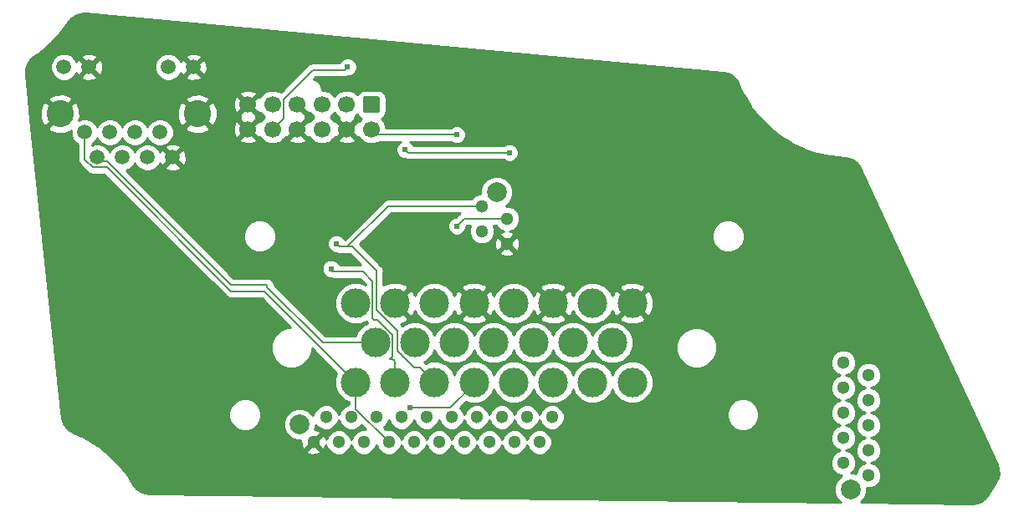
<source format=gbl>
G04 #@! TF.GenerationSoftware,KiCad,Pcbnew,5.0.2-bee76a0~70~ubuntu18.04.1*
G04 #@! TF.CreationDate,2019-04-15T21:31:07-04:00*
G04 #@! TF.ProjectId,DR_InterfaceBoard,44525f49-6e74-4657-9266-616365426f61,rev?*
G04 #@! TF.SameCoordinates,Original*
G04 #@! TF.FileFunction,Copper,L2,Bot*
G04 #@! TF.FilePolarity,Positive*
%FSLAX46Y46*%
G04 Gerber Fmt 4.6, Leading zero omitted, Abs format (unit mm)*
G04 Created by KiCad (PCBNEW 5.0.2-bee76a0~70~ubuntu18.04.1) date Mon 15 Apr 2019 09:31:07 PM EDT*
%MOMM*%
%LPD*%
G01*
G04 APERTURE LIST*
G04 #@! TA.AperFunction,ComponentPad*
%ADD10C,3.000000*%
G04 #@! TD*
G04 #@! TA.AperFunction,ComponentPad*
%ADD11C,2.000000*%
G04 #@! TD*
G04 #@! TA.AperFunction,ComponentPad*
%ADD12C,1.300000*%
G04 #@! TD*
G04 #@! TA.AperFunction,ComponentPad*
%ADD13C,1.500000*%
G04 #@! TD*
G04 #@! TA.AperFunction,ComponentPad*
%ADD14C,2.750000*%
G04 #@! TD*
G04 #@! TA.AperFunction,Conductor*
%ADD15C,0.100000*%
G04 #@! TD*
G04 #@! TA.AperFunction,ComponentPad*
%ADD16C,1.700000*%
G04 #@! TD*
G04 #@! TA.AperFunction,ViaPad*
%ADD17C,0.609600*%
G04 #@! TD*
G04 #@! TA.AperFunction,Conductor*
%ADD18C,0.152400*%
G04 #@! TD*
G04 #@! TA.AperFunction,Conductor*
%ADD19C,0.254000*%
G04 #@! TD*
G04 APERTURE END LIST*
D10*
G04 #@! TO.P,J4,23*
G04 #@! TO.N,/CANL*
X67481000Y-68270000D03*
G04 #@! TO.P,J4,17*
G04 #@! TO.N,/RTD_LSD*
X91481000Y-68270000D03*
G04 #@! TO.P,J4,18*
G04 #@! TO.N,/STR_POT+*
X87481000Y-68270000D03*
G04 #@! TO.P,J4,19*
G04 #@! TO.N,/STR_POT_SENSE*
X83481000Y-68270000D03*
G04 #@! TO.P,J4,20*
G04 #@! TO.N,/STR_POT-*
X79481000Y-68270000D03*
G04 #@! TO.P,J4,21*
G04 #@! TO.N,/SCL*
X75481000Y-68270000D03*
G04 #@! TO.P,J4,22*
G04 #@! TO.N,/SDA*
X71481000Y-68270000D03*
G04 #@! TO.P,J4,10*
G04 #@! TO.N,/CANL*
X89481000Y-64270000D03*
G04 #@! TO.P,J4,11*
G04 #@! TO.N,/CANH*
X85481000Y-64270000D03*
G04 #@! TO.P,J4,13*
X77481000Y-64270000D03*
G04 #@! TO.P,J4,12*
G04 #@! TO.N,/CANL*
X81481000Y-64270000D03*
G04 #@! TO.P,J4,14*
X73481000Y-64270000D03*
G04 #@! TO.P,J4,15*
G04 #@! TO.N,/CANH*
X69481000Y-64270000D03*
G04 #@! TO.P,J4,8*
G04 #@! TO.N,+12V*
X67481000Y-60270000D03*
G04 #@! TO.P,J4,7*
G04 #@! TO.N,GND*
X71481000Y-60270000D03*
G04 #@! TO.P,J4,6*
G04 #@! TO.N,+12V*
X75481000Y-60270000D03*
G04 #@! TO.P,J4,4*
X83481000Y-60270000D03*
G04 #@! TO.P,J4,5*
G04 #@! TO.N,GND*
X79481000Y-60270000D03*
G04 #@! TO.P,J4,3*
X87481000Y-60270000D03*
G04 #@! TO.P,J4,2*
G04 #@! TO.N,+12V*
X91481000Y-60270000D03*
G04 #@! TO.P,J4,16*
X95481000Y-68270000D03*
G04 #@! TO.P,J4,9*
G04 #@! TO.N,/CANH*
X93481000Y-64270000D03*
G04 #@! TO.P,J4,1*
G04 #@! TO.N,GND*
X95481000Y-60270000D03*
G04 #@! TD*
D11*
G04 #@! TO.P,J1,11*
G04 #@! TO.N,N/C*
X117580000Y-79124000D03*
D12*
G04 #@! TO.P,J1,10*
G04 #@! TO.N,Net-(J1-Pad10)*
X116840000Y-66294000D03*
G04 #@! TO.P,J1,9*
G04 #@! TO.N,Net-(J1-Pad9)*
X119380000Y-67564000D03*
G04 #@! TO.P,J1,8*
G04 #@! TO.N,Net-(J1-Pad8)*
X116840000Y-68834000D03*
G04 #@! TO.P,J1,6*
G04 #@! TO.N,Net-(J1-Pad6)*
X116840000Y-71374000D03*
G04 #@! TO.P,J1,4*
G04 #@! TO.N,Net-(J1-Pad4)*
X116840000Y-73914000D03*
G04 #@! TO.P,J1,2*
G04 #@! TO.N,Net-(J1-Pad2)*
X116840000Y-76454000D03*
G04 #@! TO.P,J1,7*
G04 #@! TO.N,Net-(J1-Pad7)*
X119380000Y-70104000D03*
G04 #@! TO.P,J1,1*
G04 #@! TO.N,Net-(J1-Pad1)*
X119380000Y-77724000D03*
G04 #@! TO.P,J1,3*
G04 #@! TO.N,Net-(J1-Pad3)*
X119380000Y-75184000D03*
G04 #@! TO.P,J1,5*
G04 #@! TO.N,Net-(J1-Pad5)*
X119380000Y-72644000D03*
G04 #@! TD*
D11*
G04 #@! TO.P,J2,21*
G04 #@! TO.N,N/C*
X61812530Y-72553740D03*
D12*
G04 #@! TO.P,J2,20*
G04 #@! TO.N,Net-(J2-Pad20)*
X87342530Y-71813740D03*
G04 #@! TO.P,J2,19*
G04 #@! TO.N,/RTD_LSD*
X86072530Y-74353740D03*
G04 #@! TO.P,J2,18*
G04 #@! TO.N,/IMD_LED*
X84802530Y-71813740D03*
G04 #@! TO.P,J2,17*
G04 #@! TO.N,/BMS_LED*
X83532530Y-74353740D03*
G04 #@! TO.P,J2,16*
G04 #@! TO.N,/START_BTN*
X82262530Y-71813740D03*
G04 #@! TO.P,J2,15*
G04 #@! TO.N,/START_LED*
X80992530Y-74353740D03*
G04 #@! TO.P,J2,14*
G04 #@! TO.N,/RJ45_LED2*
X79722530Y-71813740D03*
G04 #@! TO.P,J2,13*
G04 #@! TO.N,/RJ45_LED1*
X78452530Y-74353740D03*
G04 #@! TO.P,J2,12*
G04 #@! TO.N,/RESET*
X77182530Y-71813740D03*
G04 #@! TO.P,J2,11*
G04 #@! TO.N,/SCK*
X75912530Y-74353740D03*
G04 #@! TO.P,J2,10*
G04 #@! TO.N,/MISO*
X74642530Y-71813740D03*
G04 #@! TO.P,J2,9*
G04 #@! TO.N,/MOSI*
X73372530Y-74353740D03*
G04 #@! TO.P,J2,8*
G04 #@! TO.N,+5V*
X72102530Y-71813740D03*
G04 #@! TO.P,J2,6*
G04 #@! TO.N,/CANH*
X69562530Y-71813740D03*
G04 #@! TO.P,J2,4*
G04 #@! TO.N,/STR_POT_SENSE*
X67022530Y-71813740D03*
G04 #@! TO.P,J2,2*
G04 #@! TO.N,+12V*
X64482530Y-71813740D03*
G04 #@! TO.P,J2,7*
G04 #@! TO.N,/CANL*
X70832530Y-74353740D03*
G04 #@! TO.P,J2,1*
G04 #@! TO.N,GND*
X63212530Y-74353740D03*
G04 #@! TO.P,J2,3*
G04 #@! TO.N,/STR_POT+*
X65752530Y-74353740D03*
G04 #@! TO.P,J2,5*
G04 #@! TO.N,/STR_POT-*
X68292530Y-74353740D03*
G04 #@! TD*
D11*
G04 #@! TO.P,J3,5*
G04 #@! TO.N,N/C*
X81764000Y-49019000D03*
D12*
G04 #@! TO.P,J3,4*
G04 #@! TO.N,GND*
X82804000Y-54229000D03*
G04 #@! TO.P,J3,2*
G04 #@! TO.N,/SDA*
X82804000Y-51689000D03*
G04 #@! TO.P,J3,1*
G04 #@! TO.N,/SCL*
X80264000Y-50419000D03*
G04 #@! TO.P,J3,3*
G04 #@! TO.N,+5V*
X80264000Y-52959000D03*
G04 #@! TD*
D13*
G04 #@! TO.P,U1,12*
G04 #@! TO.N,/RJ45_LED2*
X37973000Y-36322000D03*
G04 #@! TO.P,U1,11*
G04 #@! TO.N,GND*
X40513000Y-36322000D03*
G04 #@! TO.P,U1,9*
X51073000Y-36322000D03*
G04 #@! TO.P,U1,10*
G04 #@! TO.N,/RJ45_LED1*
X48533000Y-36322000D03*
G04 #@! TO.P,U1,1*
G04 #@! TO.N,/CANL*
X40073000Y-42952000D03*
G04 #@! TO.P,U1,3*
G04 #@! TO.N,/RESET*
X42613000Y-42952000D03*
G04 #@! TO.P,U1,5*
G04 #@! TO.N,/MISO*
X45153000Y-42952000D03*
G04 #@! TO.P,U1,7*
G04 #@! TO.N,+5V*
X47693000Y-42952000D03*
G04 #@! TO.P,U1,2*
G04 #@! TO.N,/CANH*
X41343000Y-45492000D03*
G04 #@! TO.P,U1,4*
G04 #@! TO.N,/SCK*
X43883000Y-45492000D03*
G04 #@! TO.P,U1,6*
G04 #@! TO.N,/MOSI*
X46423000Y-45492000D03*
G04 #@! TO.P,U1,8*
G04 #@! TO.N,GND*
X48963000Y-45492000D03*
D14*
G04 #@! TO.P,U1,13*
X37573000Y-41072000D03*
G04 #@! TO.P,U1,14*
X51473000Y-41072000D03*
G04 #@! TD*
D15*
G04 #@! TO.N,/SCL*
G04 #@! TO.C,J5*
G36*
X69712504Y-39283204D02*
X69736773Y-39286804D01*
X69760571Y-39292765D01*
X69783671Y-39301030D01*
X69805849Y-39311520D01*
X69826893Y-39324133D01*
X69846598Y-39338747D01*
X69864777Y-39355223D01*
X69881253Y-39373402D01*
X69895867Y-39393107D01*
X69908480Y-39414151D01*
X69918970Y-39436329D01*
X69927235Y-39459429D01*
X69933196Y-39483227D01*
X69936796Y-39507496D01*
X69938000Y-39532000D01*
X69938000Y-40732000D01*
X69936796Y-40756504D01*
X69933196Y-40780773D01*
X69927235Y-40804571D01*
X69918970Y-40827671D01*
X69908480Y-40849849D01*
X69895867Y-40870893D01*
X69881253Y-40890598D01*
X69864777Y-40908777D01*
X69846598Y-40925253D01*
X69826893Y-40939867D01*
X69805849Y-40952480D01*
X69783671Y-40962970D01*
X69760571Y-40971235D01*
X69736773Y-40977196D01*
X69712504Y-40980796D01*
X69688000Y-40982000D01*
X68488000Y-40982000D01*
X68463496Y-40980796D01*
X68439227Y-40977196D01*
X68415429Y-40971235D01*
X68392329Y-40962970D01*
X68370151Y-40952480D01*
X68349107Y-40939867D01*
X68329402Y-40925253D01*
X68311223Y-40908777D01*
X68294747Y-40890598D01*
X68280133Y-40870893D01*
X68267520Y-40849849D01*
X68257030Y-40827671D01*
X68248765Y-40804571D01*
X68242804Y-40780773D01*
X68239204Y-40756504D01*
X68238000Y-40732000D01*
X68238000Y-39532000D01*
X68239204Y-39507496D01*
X68242804Y-39483227D01*
X68248765Y-39459429D01*
X68257030Y-39436329D01*
X68267520Y-39414151D01*
X68280133Y-39393107D01*
X68294747Y-39373402D01*
X68311223Y-39355223D01*
X68329402Y-39338747D01*
X68349107Y-39324133D01*
X68370151Y-39311520D01*
X68392329Y-39301030D01*
X68415429Y-39292765D01*
X68439227Y-39286804D01*
X68463496Y-39283204D01*
X68488000Y-39282000D01*
X69688000Y-39282000D01*
X69712504Y-39283204D01*
X69712504Y-39283204D01*
G37*
D16*
G04 #@! TD*
G04 #@! TO.P,J5,1*
G04 #@! TO.N,/SCL*
X69088000Y-40132000D03*
G04 #@! TO.P,J5,2*
G04 #@! TO.N,/SDA*
X66588000Y-40132000D03*
G04 #@! TO.P,J5,3*
G04 #@! TO.N,+5V*
X64088000Y-40132000D03*
G04 #@! TO.P,J5,4*
G04 #@! TO.N,GND*
X61588000Y-40132000D03*
G04 #@! TO.P,J5,5*
G04 #@! TO.N,/BMS_LED*
X59088000Y-40132000D03*
G04 #@! TO.P,J5,6*
G04 #@! TO.N,GND*
X56588000Y-40132000D03*
G04 #@! TO.P,J5,7*
G04 #@! TO.N,/IMD_LED*
X69088000Y-42632000D03*
G04 #@! TO.P,J5,8*
G04 #@! TO.N,GND*
X66588000Y-42632000D03*
G04 #@! TO.P,J5,9*
G04 #@! TO.N,/START_BTN*
X64088000Y-42632000D03*
G04 #@! TO.P,J5,10*
G04 #@! TO.N,GND*
X61588000Y-42632000D03*
G04 #@! TO.P,J5,11*
G04 #@! TO.N,/START_LED*
X59088000Y-42632000D03*
G04 #@! TO.P,J5,12*
G04 #@! TO.N,GND*
X56588000Y-42632000D03*
G04 #@! TD*
D17*
G04 #@! TO.N,/IMD_LED*
X77724000Y-43180000D03*
G04 #@! TO.N,/START_BTN*
X72517000Y-44704000D03*
X83058000Y-45008799D03*
G04 #@! TO.N,/START_LED*
X66675000Y-36322000D03*
G04 #@! TO.N,/STR_POT-*
X73025000Y-70836811D03*
G04 #@! TO.N,/SDA*
X64998600Y-56769000D03*
X77724000Y-52451000D03*
G04 #@! TO.N,/SCL*
X65532000Y-54229000D03*
G04 #@! TD*
D18*
G04 #@! TO.N,/IMD_LED*
X77724000Y-43180000D02*
X69636000Y-43180000D01*
X69636000Y-43180000D02*
X69088000Y-42632000D01*
G04 #@! TO.N,/START_BTN*
X72517000Y-44704000D02*
X72821799Y-45008799D01*
X82804000Y-45008799D02*
X83058000Y-45008799D01*
X72821799Y-45008799D02*
X82804000Y-45008799D01*
G04 #@! TO.N,/START_LED*
X60166601Y-41553399D02*
X59937999Y-41782001D01*
X60166601Y-39614271D02*
X60166601Y-41553399D01*
X59937999Y-41782001D02*
X59088000Y-42632000D01*
X66675000Y-36322000D02*
X66370201Y-36626799D01*
X66370201Y-36626799D02*
X63154073Y-36626799D01*
X63154073Y-36626799D02*
X60166601Y-39614271D01*
G04 #@! TO.N,/CANH*
X54864000Y-58420000D02*
X42321601Y-45877601D01*
X58547000Y-58420000D02*
X58547000Y-58674000D01*
X58547000Y-58420000D02*
X54864000Y-58420000D01*
X64143000Y-64270000D02*
X69481000Y-64270000D01*
X58547000Y-58674000D02*
X64143000Y-64270000D01*
X41728601Y-45877601D02*
X41343000Y-45492000D01*
X42321601Y-45877601D02*
X41728601Y-45877601D01*
G04 #@! TO.N,/CANL*
X67481000Y-71002210D02*
X67481000Y-68270000D01*
X70832530Y-74353740D02*
X67481000Y-71002210D01*
X58266000Y-59055000D02*
X54906000Y-59055000D01*
X67481000Y-68270000D02*
X58266000Y-59055000D01*
X40073000Y-44012660D02*
X40073000Y-42952000D01*
X40073000Y-45670330D02*
X40073000Y-44012660D01*
X40884670Y-46482000D02*
X40073000Y-45670330D01*
X42333000Y-46482000D02*
X40884670Y-46482000D01*
X54906000Y-59055000D02*
X42333000Y-46482000D01*
G04 #@! TO.N,/STR_POT-*
X79481000Y-68444811D02*
X79481000Y-68270000D01*
X77089000Y-70836811D02*
X79481000Y-68444811D01*
X77089000Y-70836811D02*
X73025000Y-70836811D01*
G04 #@! TO.N,/SDA*
X71481000Y-66148680D02*
X71481000Y-68270000D01*
X71245320Y-65913000D02*
X71481000Y-66148680D01*
X70993000Y-65913000D02*
X71245320Y-65913000D01*
X71209601Y-65696399D02*
X70993000Y-65913000D01*
X71209601Y-63664399D02*
X71209601Y-65696399D01*
X71247000Y-63627000D02*
X71209601Y-63664399D01*
X69209601Y-61798941D02*
X69364330Y-61953670D01*
X69364330Y-61953670D02*
X69723000Y-61953670D01*
X69723000Y-61953670D02*
X71247000Y-63477670D01*
X71247000Y-63477670D02*
X71247000Y-63627000D01*
X65145601Y-57017601D02*
X65145601Y-56916001D01*
X65145601Y-56916001D02*
X64998600Y-56769000D01*
X65303399Y-57073799D02*
X68244400Y-57073799D01*
X64998600Y-56769000D02*
X65303399Y-57073799D01*
X68244400Y-57073799D02*
X69209601Y-58039000D01*
X69209601Y-58039000D02*
X69209601Y-61798941D01*
X78486000Y-51689000D02*
X82804000Y-51689000D01*
X77724000Y-52451000D02*
X78486000Y-51689000D01*
G04 #@! TO.N,/SCL*
X73981001Y-66770001D02*
X73422671Y-66770001D01*
X75481000Y-68270000D02*
X73981001Y-66770001D01*
X73422671Y-66770001D02*
X71752399Y-65099729D01*
X71752399Y-65099729D02*
X71752399Y-63099729D01*
X71752399Y-63099729D02*
X69596000Y-60943330D01*
X69596000Y-56972934D02*
X69596000Y-57023000D01*
X67156865Y-54533799D02*
X69596000Y-56972934D01*
X69596000Y-60943330D02*
X69596000Y-57023000D01*
X65532000Y-54229000D02*
X65836799Y-54533799D01*
X66675000Y-54533799D02*
X70789799Y-50419000D01*
X70789799Y-50419000D02*
X80264000Y-50419000D01*
X66675000Y-54533799D02*
X67156865Y-54533799D01*
X65836799Y-54533799D02*
X66675000Y-54533799D01*
G04 #@! TD*
D19*
G04 #@! TO.N,GND*
G36*
X40132904Y-30900094D02*
X104645833Y-36860605D01*
X105131673Y-36968124D01*
X105533944Y-37172020D01*
X105872864Y-37469546D01*
X106144160Y-37866934D01*
X106212009Y-38015309D01*
X106212720Y-38016456D01*
X106214024Y-38019677D01*
X106700204Y-39064760D01*
X106701645Y-39067436D01*
X106702785Y-39070248D01*
X106738067Y-39135717D01*
X107422786Y-40265393D01*
X107426069Y-40270157D01*
X107428848Y-40275218D01*
X107471528Y-40336124D01*
X108283370Y-41378198D01*
X108287183Y-41382542D01*
X108290537Y-41387250D01*
X108340031Y-41442760D01*
X109267909Y-42382999D01*
X109272201Y-42386867D01*
X109276083Y-42391153D01*
X109331716Y-42440510D01*
X110362955Y-43266071D01*
X110367671Y-43269413D01*
X110372024Y-43273215D01*
X110433035Y-43315744D01*
X111553550Y-44015352D01*
X111558631Y-44018125D01*
X111563392Y-44021389D01*
X111628948Y-44056510D01*
X112823435Y-44620609D01*
X112828800Y-44622769D01*
X112833914Y-44625457D01*
X112903120Y-44652689D01*
X114155264Y-45073573D01*
X114160840Y-45075091D01*
X114166235Y-45077165D01*
X114238146Y-45096137D01*
X115530842Y-45368059D01*
X115536557Y-45368916D01*
X115542159Y-45370347D01*
X115615792Y-45380799D01*
X116906786Y-45497814D01*
X117419485Y-45579285D01*
X117833294Y-45758606D01*
X118189503Y-46035200D01*
X118482728Y-46413620D01*
X118564099Y-46568966D01*
X132398400Y-76617486D01*
X132548208Y-77091999D01*
X132572764Y-77542323D01*
X132484560Y-77984596D01*
X132275458Y-78419489D01*
X132191507Y-78538441D01*
X132190027Y-78541223D01*
X132178972Y-78555863D01*
X131451162Y-79628543D01*
X131131501Y-80037591D01*
X130774153Y-80312717D01*
X130359612Y-80490332D01*
X129875114Y-80565277D01*
X129835076Y-80565595D01*
X118584738Y-80431501D01*
X118966086Y-80050153D01*
X119215000Y-79449222D01*
X119215000Y-79009000D01*
X119635602Y-79009000D01*
X120107894Y-78813371D01*
X120469371Y-78451894D01*
X120665000Y-77979602D01*
X120665000Y-77468398D01*
X120469371Y-76996106D01*
X120107894Y-76634629D01*
X119671815Y-76454000D01*
X120107894Y-76273371D01*
X120469371Y-75911894D01*
X120665000Y-75439602D01*
X120665000Y-74928398D01*
X120469371Y-74456106D01*
X120107894Y-74094629D01*
X119671815Y-73914000D01*
X120107894Y-73733371D01*
X120469371Y-73371894D01*
X120665000Y-72899602D01*
X120665000Y-72388398D01*
X120469371Y-71916106D01*
X120107894Y-71554629D01*
X119671815Y-71374000D01*
X120107894Y-71193371D01*
X120469371Y-70831894D01*
X120665000Y-70359602D01*
X120665000Y-69848398D01*
X120469371Y-69376106D01*
X120107894Y-69014629D01*
X119671815Y-68834000D01*
X120107894Y-68653371D01*
X120469371Y-68291894D01*
X120665000Y-67819602D01*
X120665000Y-67308398D01*
X120469371Y-66836106D01*
X120107894Y-66474629D01*
X119635602Y-66279000D01*
X119124398Y-66279000D01*
X118652106Y-66474629D01*
X118290629Y-66836106D01*
X118095000Y-67308398D01*
X118095000Y-67819602D01*
X118290629Y-68291894D01*
X118652106Y-68653371D01*
X119088185Y-68834000D01*
X118652106Y-69014629D01*
X118290629Y-69376106D01*
X118095000Y-69848398D01*
X118095000Y-70359602D01*
X118290629Y-70831894D01*
X118652106Y-71193371D01*
X119088185Y-71374000D01*
X118652106Y-71554629D01*
X118290629Y-71916106D01*
X118095000Y-72388398D01*
X118095000Y-72899602D01*
X118290629Y-73371894D01*
X118652106Y-73733371D01*
X119088185Y-73914000D01*
X118652106Y-74094629D01*
X118290629Y-74456106D01*
X118095000Y-74928398D01*
X118095000Y-75439602D01*
X118290629Y-75911894D01*
X118652106Y-76273371D01*
X119088185Y-76454000D01*
X118652106Y-76634629D01*
X118290629Y-76996106D01*
X118095000Y-77468398D01*
X118095000Y-77567609D01*
X117905222Y-77489000D01*
X117622265Y-77489000D01*
X117929371Y-77181894D01*
X118125000Y-76709602D01*
X118125000Y-76198398D01*
X117929371Y-75726106D01*
X117567894Y-75364629D01*
X117131815Y-75184000D01*
X117567894Y-75003371D01*
X117929371Y-74641894D01*
X118125000Y-74169602D01*
X118125000Y-73658398D01*
X117929371Y-73186106D01*
X117567894Y-72824629D01*
X117131815Y-72644000D01*
X117567894Y-72463371D01*
X117929371Y-72101894D01*
X118125000Y-71629602D01*
X118125000Y-71118398D01*
X117929371Y-70646106D01*
X117567894Y-70284629D01*
X117131815Y-70104000D01*
X117567894Y-69923371D01*
X117929371Y-69561894D01*
X118125000Y-69089602D01*
X118125000Y-68578398D01*
X117929371Y-68106106D01*
X117567894Y-67744629D01*
X117131815Y-67564000D01*
X117567894Y-67383371D01*
X117929371Y-67021894D01*
X118125000Y-66549602D01*
X118125000Y-66038398D01*
X117929371Y-65566106D01*
X117567894Y-65204629D01*
X117095602Y-65009000D01*
X116584398Y-65009000D01*
X116112106Y-65204629D01*
X115750629Y-65566106D01*
X115555000Y-66038398D01*
X115555000Y-66549602D01*
X115750629Y-67021894D01*
X116112106Y-67383371D01*
X116548185Y-67564000D01*
X116112106Y-67744629D01*
X115750629Y-68106106D01*
X115555000Y-68578398D01*
X115555000Y-69089602D01*
X115750629Y-69561894D01*
X116112106Y-69923371D01*
X116548185Y-70104000D01*
X116112106Y-70284629D01*
X115750629Y-70646106D01*
X115555000Y-71118398D01*
X115555000Y-71629602D01*
X115750629Y-72101894D01*
X116112106Y-72463371D01*
X116548185Y-72644000D01*
X116112106Y-72824629D01*
X115750629Y-73186106D01*
X115555000Y-73658398D01*
X115555000Y-74169602D01*
X115750629Y-74641894D01*
X116112106Y-75003371D01*
X116548185Y-75184000D01*
X116112106Y-75364629D01*
X115750629Y-75726106D01*
X115555000Y-76198398D01*
X115555000Y-76709602D01*
X115750629Y-77181894D01*
X116112106Y-77543371D01*
X116584398Y-77739000D01*
X116652761Y-77739000D01*
X116193914Y-78197847D01*
X115945000Y-78798778D01*
X115945000Y-79449222D01*
X116193914Y-80050153D01*
X116551022Y-80407261D01*
X46602413Y-79573536D01*
X46109511Y-79505291D01*
X45692199Y-79334284D01*
X45330528Y-79064870D01*
X45022549Y-78683423D01*
X44998459Y-78642654D01*
X44995128Y-78638356D01*
X44986818Y-78623619D01*
X44380060Y-77664490D01*
X44378457Y-77662256D01*
X44377109Y-77659864D01*
X44333768Y-77599427D01*
X43510610Y-76566269D01*
X43506746Y-76561962D01*
X43503344Y-76557296D01*
X43453248Y-76502329D01*
X42515172Y-75572264D01*
X42510833Y-75568438D01*
X42506909Y-75564200D01*
X42450742Y-75515453D01*
X42115161Y-75252756D01*
X62493120Y-75252756D01*
X62548801Y-75483351D01*
X63031608Y-75651362D01*
X63541958Y-75621823D01*
X63876259Y-75483351D01*
X63931940Y-75252756D01*
X63212530Y-74533345D01*
X62493120Y-75252756D01*
X42115161Y-75252756D01*
X41410560Y-74701187D01*
X41405807Y-74697895D01*
X41401413Y-74694142D01*
X41339942Y-74652280D01*
X40211863Y-73964934D01*
X40206751Y-73962216D01*
X40201956Y-73959005D01*
X40136021Y-73924601D01*
X38957908Y-73383869D01*
X38501694Y-73136120D01*
X38171351Y-72829102D01*
X37927739Y-72449573D01*
X37776689Y-71992730D01*
X37754863Y-71847518D01*
X37691513Y-71244778D01*
X54646000Y-71244778D01*
X54646000Y-71895222D01*
X54894914Y-72496153D01*
X55354847Y-72956086D01*
X55955778Y-73205000D01*
X56606222Y-73205000D01*
X57207153Y-72956086D01*
X57667086Y-72496153D01*
X57916000Y-71895222D01*
X57916000Y-71244778D01*
X57667086Y-70643847D01*
X57207153Y-70183914D01*
X56606222Y-69935000D01*
X55955778Y-69935000D01*
X55354847Y-70183914D01*
X54894914Y-70643847D01*
X54646000Y-71244778D01*
X37691513Y-71244778D01*
X34669860Y-42495659D01*
X36328946Y-42495659D01*
X36473467Y-42801444D01*
X37218993Y-43090571D01*
X38018414Y-43072389D01*
X38672533Y-42801444D01*
X38688000Y-42768718D01*
X38688000Y-43227494D01*
X38898853Y-43736540D01*
X39288460Y-44126147D01*
X39361801Y-44156526D01*
X39361800Y-45600288D01*
X39347868Y-45670330D01*
X39361800Y-45740371D01*
X39361800Y-45740375D01*
X39403064Y-45947825D01*
X39427756Y-45984779D01*
X39520576Y-46123694D01*
X39520578Y-46123696D01*
X39560254Y-46183075D01*
X39619634Y-46222752D01*
X40332248Y-46935367D01*
X40371924Y-46994746D01*
X40431303Y-47034422D01*
X40431305Y-47034424D01*
X40547006Y-47111733D01*
X40607174Y-47151936D01*
X40814624Y-47193200D01*
X40814628Y-47193200D01*
X40884670Y-47207132D01*
X40954712Y-47193200D01*
X42038412Y-47193200D01*
X54353578Y-59508367D01*
X54393254Y-59567746D01*
X54452633Y-59607422D01*
X54452635Y-59607424D01*
X54628502Y-59724935D01*
X54628503Y-59724935D01*
X54628504Y-59724936D01*
X54835954Y-59766200D01*
X54835957Y-59766200D01*
X54905999Y-59780132D01*
X54976041Y-59766200D01*
X57971412Y-59766200D01*
X60915212Y-62710000D01*
X60571240Y-62710000D01*
X59814104Y-63023616D01*
X59234616Y-63603104D01*
X58921000Y-64360240D01*
X58921000Y-65179760D01*
X59234616Y-65936896D01*
X59814104Y-66516384D01*
X60571240Y-66830000D01*
X61390760Y-66830000D01*
X62147896Y-66516384D01*
X62727384Y-65936896D01*
X63041000Y-65179760D01*
X63041000Y-64835789D01*
X65552353Y-67347142D01*
X65346000Y-67845322D01*
X65346000Y-68694678D01*
X65671034Y-69479380D01*
X66271620Y-70079966D01*
X66769800Y-70286319D01*
X66769800Y-70528740D01*
X66766928Y-70528740D01*
X66294636Y-70724369D01*
X65933159Y-71085846D01*
X65752530Y-71521925D01*
X65571901Y-71085846D01*
X65210424Y-70724369D01*
X64738132Y-70528740D01*
X64226928Y-70528740D01*
X63754636Y-70724369D01*
X63393159Y-71085846D01*
X63197530Y-71558138D01*
X63197530Y-71626501D01*
X62738683Y-71167654D01*
X62137752Y-70918740D01*
X61487308Y-70918740D01*
X60886377Y-71167654D01*
X60426444Y-71627587D01*
X60177530Y-72228518D01*
X60177530Y-72878962D01*
X60426444Y-73479893D01*
X60886377Y-73939826D01*
X61487308Y-74188740D01*
X61915830Y-74188740D01*
X61944447Y-74683168D01*
X62082919Y-75017469D01*
X62313514Y-75073150D01*
X63032925Y-74353740D01*
X63018783Y-74339598D01*
X63198388Y-74159993D01*
X63212530Y-74174135D01*
X63931940Y-73454724D01*
X63876259Y-73224129D01*
X63393452Y-73056118D01*
X63373675Y-73057263D01*
X63447530Y-72878962D01*
X63447530Y-72596005D01*
X63754636Y-72903111D01*
X64226928Y-73098740D01*
X64738132Y-73098740D01*
X65210424Y-72903111D01*
X65571901Y-72541634D01*
X65752530Y-72105555D01*
X65933159Y-72541634D01*
X66294636Y-72903111D01*
X66766928Y-73098740D01*
X67278132Y-73098740D01*
X67750424Y-72903111D01*
X68063268Y-72590267D01*
X68541742Y-73068740D01*
X68036928Y-73068740D01*
X67564636Y-73264369D01*
X67203159Y-73625846D01*
X67022530Y-74061925D01*
X66841901Y-73625846D01*
X66480424Y-73264369D01*
X66008132Y-73068740D01*
X65496928Y-73068740D01*
X65024636Y-73264369D01*
X64663159Y-73625846D01*
X64482758Y-74061374D01*
X64480613Y-74024312D01*
X64342141Y-73690011D01*
X64111546Y-73634330D01*
X63392135Y-74353740D01*
X64111546Y-75073150D01*
X64342141Y-75017469D01*
X64476570Y-74631166D01*
X64663159Y-75081634D01*
X65024636Y-75443111D01*
X65496928Y-75638740D01*
X66008132Y-75638740D01*
X66480424Y-75443111D01*
X66841901Y-75081634D01*
X67022530Y-74645555D01*
X67203159Y-75081634D01*
X67564636Y-75443111D01*
X68036928Y-75638740D01*
X68548132Y-75638740D01*
X69020424Y-75443111D01*
X69381901Y-75081634D01*
X69562530Y-74645555D01*
X69743159Y-75081634D01*
X70104636Y-75443111D01*
X70576928Y-75638740D01*
X71088132Y-75638740D01*
X71560424Y-75443111D01*
X71921901Y-75081634D01*
X72102530Y-74645555D01*
X72283159Y-75081634D01*
X72644636Y-75443111D01*
X73116928Y-75638740D01*
X73628132Y-75638740D01*
X74100424Y-75443111D01*
X74461901Y-75081634D01*
X74642530Y-74645555D01*
X74823159Y-75081634D01*
X75184636Y-75443111D01*
X75656928Y-75638740D01*
X76168132Y-75638740D01*
X76640424Y-75443111D01*
X77001901Y-75081634D01*
X77182530Y-74645555D01*
X77363159Y-75081634D01*
X77724636Y-75443111D01*
X78196928Y-75638740D01*
X78708132Y-75638740D01*
X79180424Y-75443111D01*
X79541901Y-75081634D01*
X79722530Y-74645555D01*
X79903159Y-75081634D01*
X80264636Y-75443111D01*
X80736928Y-75638740D01*
X81248132Y-75638740D01*
X81720424Y-75443111D01*
X82081901Y-75081634D01*
X82262530Y-74645555D01*
X82443159Y-75081634D01*
X82804636Y-75443111D01*
X83276928Y-75638740D01*
X83788132Y-75638740D01*
X84260424Y-75443111D01*
X84621901Y-75081634D01*
X84802530Y-74645555D01*
X84983159Y-75081634D01*
X85344636Y-75443111D01*
X85816928Y-75638740D01*
X86328132Y-75638740D01*
X86800424Y-75443111D01*
X87161901Y-75081634D01*
X87357530Y-74609342D01*
X87357530Y-74098138D01*
X87161901Y-73625846D01*
X86800424Y-73264369D01*
X86328132Y-73068740D01*
X85816928Y-73068740D01*
X85344636Y-73264369D01*
X84983159Y-73625846D01*
X84802530Y-74061925D01*
X84621901Y-73625846D01*
X84260424Y-73264369D01*
X83788132Y-73068740D01*
X83276928Y-73068740D01*
X82804636Y-73264369D01*
X82443159Y-73625846D01*
X82262530Y-74061925D01*
X82081901Y-73625846D01*
X81720424Y-73264369D01*
X81248132Y-73068740D01*
X80736928Y-73068740D01*
X80264636Y-73264369D01*
X79903159Y-73625846D01*
X79722530Y-74061925D01*
X79541901Y-73625846D01*
X79180424Y-73264369D01*
X78708132Y-73068740D01*
X78196928Y-73068740D01*
X77724636Y-73264369D01*
X77363159Y-73625846D01*
X77182530Y-74061925D01*
X77001901Y-73625846D01*
X76640424Y-73264369D01*
X76168132Y-73068740D01*
X75656928Y-73068740D01*
X75184636Y-73264369D01*
X74823159Y-73625846D01*
X74642530Y-74061925D01*
X74461901Y-73625846D01*
X74100424Y-73264369D01*
X73628132Y-73068740D01*
X73116928Y-73068740D01*
X72644636Y-73264369D01*
X72283159Y-73625846D01*
X72102530Y-74061925D01*
X71921901Y-73625846D01*
X71560424Y-73264369D01*
X71088132Y-73068740D01*
X70576928Y-73068740D01*
X70560234Y-73075655D01*
X70339057Y-72854478D01*
X70651901Y-72541634D01*
X70832530Y-72105555D01*
X71013159Y-72541634D01*
X71374636Y-72903111D01*
X71846928Y-73098740D01*
X72358132Y-73098740D01*
X72830424Y-72903111D01*
X73191901Y-72541634D01*
X73372530Y-72105555D01*
X73553159Y-72541634D01*
X73914636Y-72903111D01*
X74386928Y-73098740D01*
X74898132Y-73098740D01*
X75370424Y-72903111D01*
X75731901Y-72541634D01*
X75912530Y-72105555D01*
X76093159Y-72541634D01*
X76454636Y-72903111D01*
X76926928Y-73098740D01*
X77438132Y-73098740D01*
X77910424Y-72903111D01*
X78271901Y-72541634D01*
X78452530Y-72105555D01*
X78633159Y-72541634D01*
X78994636Y-72903111D01*
X79466928Y-73098740D01*
X79978132Y-73098740D01*
X80450424Y-72903111D01*
X80811901Y-72541634D01*
X80992530Y-72105555D01*
X81173159Y-72541634D01*
X81534636Y-72903111D01*
X82006928Y-73098740D01*
X82518132Y-73098740D01*
X82990424Y-72903111D01*
X83351901Y-72541634D01*
X83532530Y-72105555D01*
X83713159Y-72541634D01*
X84074636Y-72903111D01*
X84546928Y-73098740D01*
X85058132Y-73098740D01*
X85530424Y-72903111D01*
X85891901Y-72541634D01*
X86072530Y-72105555D01*
X86253159Y-72541634D01*
X86614636Y-72903111D01*
X87086928Y-73098740D01*
X87598132Y-73098740D01*
X88070424Y-72903111D01*
X88431901Y-72541634D01*
X88627530Y-72069342D01*
X88627530Y-71558138D01*
X88497733Y-71244778D01*
X105046000Y-71244778D01*
X105046000Y-71895222D01*
X105294914Y-72496153D01*
X105754847Y-72956086D01*
X106355778Y-73205000D01*
X107006222Y-73205000D01*
X107607153Y-72956086D01*
X108067086Y-72496153D01*
X108316000Y-71895222D01*
X108316000Y-71244778D01*
X108067086Y-70643847D01*
X107607153Y-70183914D01*
X107006222Y-69935000D01*
X106355778Y-69935000D01*
X105754847Y-70183914D01*
X105294914Y-70643847D01*
X105046000Y-71244778D01*
X88497733Y-71244778D01*
X88431901Y-71085846D01*
X88070424Y-70724369D01*
X87598132Y-70528740D01*
X87086928Y-70528740D01*
X86614636Y-70724369D01*
X86253159Y-71085846D01*
X86072530Y-71521925D01*
X85891901Y-71085846D01*
X85530424Y-70724369D01*
X85058132Y-70528740D01*
X84546928Y-70528740D01*
X84074636Y-70724369D01*
X83713159Y-71085846D01*
X83532530Y-71521925D01*
X83351901Y-71085846D01*
X82990424Y-70724369D01*
X82518132Y-70528740D01*
X82006928Y-70528740D01*
X81534636Y-70724369D01*
X81173159Y-71085846D01*
X80992530Y-71521925D01*
X80811901Y-71085846D01*
X80450424Y-70724369D01*
X79978132Y-70528740D01*
X79466928Y-70528740D01*
X78994636Y-70724369D01*
X78633159Y-71085846D01*
X78452530Y-71521925D01*
X78271901Y-71085846D01*
X78058827Y-70872772D01*
X78681752Y-70249848D01*
X79056322Y-70405000D01*
X79905678Y-70405000D01*
X80690380Y-70079966D01*
X81290966Y-69479380D01*
X81481000Y-69020597D01*
X81671034Y-69479380D01*
X82271620Y-70079966D01*
X83056322Y-70405000D01*
X83905678Y-70405000D01*
X84690380Y-70079966D01*
X85290966Y-69479380D01*
X85481000Y-69020597D01*
X85671034Y-69479380D01*
X86271620Y-70079966D01*
X87056322Y-70405000D01*
X87905678Y-70405000D01*
X88690380Y-70079966D01*
X89290966Y-69479380D01*
X89481000Y-69020597D01*
X89671034Y-69479380D01*
X90271620Y-70079966D01*
X91056322Y-70405000D01*
X91905678Y-70405000D01*
X92690380Y-70079966D01*
X93290966Y-69479380D01*
X93481000Y-69020597D01*
X93671034Y-69479380D01*
X94271620Y-70079966D01*
X95056322Y-70405000D01*
X95905678Y-70405000D01*
X96690380Y-70079966D01*
X97290966Y-69479380D01*
X97616000Y-68694678D01*
X97616000Y-67845322D01*
X97290966Y-67060620D01*
X96690380Y-66460034D01*
X95905678Y-66135000D01*
X95056322Y-66135000D01*
X94271620Y-66460034D01*
X93671034Y-67060620D01*
X93481000Y-67519403D01*
X93290966Y-67060620D01*
X92690380Y-66460034D01*
X91905678Y-66135000D01*
X91056322Y-66135000D01*
X90271620Y-66460034D01*
X89671034Y-67060620D01*
X89481000Y-67519403D01*
X89290966Y-67060620D01*
X88690380Y-66460034D01*
X87905678Y-66135000D01*
X87056322Y-66135000D01*
X86271620Y-66460034D01*
X85671034Y-67060620D01*
X85481000Y-67519403D01*
X85290966Y-67060620D01*
X84690380Y-66460034D01*
X83905678Y-66135000D01*
X83056322Y-66135000D01*
X82271620Y-66460034D01*
X81671034Y-67060620D01*
X81481000Y-67519403D01*
X81290966Y-67060620D01*
X80690380Y-66460034D01*
X79905678Y-66135000D01*
X79056322Y-66135000D01*
X78271620Y-66460034D01*
X77671034Y-67060620D01*
X77481000Y-67519403D01*
X77290966Y-67060620D01*
X76690380Y-66460034D01*
X75905678Y-66135000D01*
X75056322Y-66135000D01*
X74558141Y-66341353D01*
X74533424Y-66316636D01*
X74493747Y-66257255D01*
X74405202Y-66198091D01*
X74690380Y-66079966D01*
X75290966Y-65479380D01*
X75481000Y-65020597D01*
X75671034Y-65479380D01*
X76271620Y-66079966D01*
X77056322Y-66405000D01*
X77905678Y-66405000D01*
X78690380Y-66079966D01*
X79290966Y-65479380D01*
X79481000Y-65020597D01*
X79671034Y-65479380D01*
X80271620Y-66079966D01*
X81056322Y-66405000D01*
X81905678Y-66405000D01*
X82690380Y-66079966D01*
X83290966Y-65479380D01*
X83481000Y-65020597D01*
X83671034Y-65479380D01*
X84271620Y-66079966D01*
X85056322Y-66405000D01*
X85905678Y-66405000D01*
X86690380Y-66079966D01*
X87290966Y-65479380D01*
X87481000Y-65020597D01*
X87671034Y-65479380D01*
X88271620Y-66079966D01*
X89056322Y-66405000D01*
X89905678Y-66405000D01*
X90690380Y-66079966D01*
X91290966Y-65479380D01*
X91481000Y-65020597D01*
X91671034Y-65479380D01*
X92271620Y-66079966D01*
X93056322Y-66405000D01*
X93905678Y-66405000D01*
X94690380Y-66079966D01*
X95290966Y-65479380D01*
X95616000Y-64694678D01*
X95616000Y-64360240D01*
X99921000Y-64360240D01*
X99921000Y-65179760D01*
X100234616Y-65936896D01*
X100814104Y-66516384D01*
X101571240Y-66830000D01*
X102390760Y-66830000D01*
X103147896Y-66516384D01*
X103727384Y-65936896D01*
X104041000Y-65179760D01*
X104041000Y-64360240D01*
X103727384Y-63603104D01*
X103147896Y-63023616D01*
X102390760Y-62710000D01*
X101571240Y-62710000D01*
X100814104Y-63023616D01*
X100234616Y-63603104D01*
X99921000Y-64360240D01*
X95616000Y-64360240D01*
X95616000Y-63845322D01*
X95290966Y-63060620D01*
X94690380Y-62460034D01*
X93905678Y-62135000D01*
X93056322Y-62135000D01*
X92271620Y-62460034D01*
X91671034Y-63060620D01*
X91481000Y-63519403D01*
X91290966Y-63060620D01*
X90690380Y-62460034D01*
X89905678Y-62135000D01*
X89056322Y-62135000D01*
X88271620Y-62460034D01*
X87671034Y-63060620D01*
X87481000Y-63519403D01*
X87290966Y-63060620D01*
X86690380Y-62460034D01*
X85905678Y-62135000D01*
X85056322Y-62135000D01*
X84271620Y-62460034D01*
X83671034Y-63060620D01*
X83481000Y-63519403D01*
X83290966Y-63060620D01*
X82690380Y-62460034D01*
X81905678Y-62135000D01*
X81056322Y-62135000D01*
X80271620Y-62460034D01*
X79671034Y-63060620D01*
X79481000Y-63519403D01*
X79290966Y-63060620D01*
X78690380Y-62460034D01*
X77905678Y-62135000D01*
X77056322Y-62135000D01*
X76271620Y-62460034D01*
X75671034Y-63060620D01*
X75481000Y-63519403D01*
X75290966Y-63060620D01*
X74690380Y-62460034D01*
X73905678Y-62135000D01*
X73056322Y-62135000D01*
X72271620Y-62460034D01*
X72195056Y-62536598D01*
X72023157Y-62364698D01*
X72655582Y-62102739D01*
X72815365Y-61783970D01*
X71481000Y-60449605D01*
X71466858Y-60463748D01*
X71287253Y-60284143D01*
X71301395Y-60270000D01*
X71660605Y-60270000D01*
X72994970Y-61604365D01*
X73313739Y-61444582D01*
X73480457Y-61019285D01*
X73671034Y-61479380D01*
X74271620Y-62079966D01*
X75056322Y-62405000D01*
X75905678Y-62405000D01*
X76690380Y-62079966D01*
X76986376Y-61783970D01*
X78146635Y-61783970D01*
X78306418Y-62102739D01*
X79097187Y-62412723D01*
X79946387Y-62396497D01*
X80655582Y-62102739D01*
X80815365Y-61783970D01*
X79481000Y-60449605D01*
X78146635Y-61783970D01*
X76986376Y-61783970D01*
X77290966Y-61479380D01*
X77476820Y-61030688D01*
X77648261Y-61444582D01*
X77967030Y-61604365D01*
X79301395Y-60270000D01*
X79660605Y-60270000D01*
X80994970Y-61604365D01*
X81313739Y-61444582D01*
X81480457Y-61019285D01*
X81671034Y-61479380D01*
X82271620Y-62079966D01*
X83056322Y-62405000D01*
X83905678Y-62405000D01*
X84690380Y-62079966D01*
X84986376Y-61783970D01*
X86146635Y-61783970D01*
X86306418Y-62102739D01*
X87097187Y-62412723D01*
X87946387Y-62396497D01*
X88655582Y-62102739D01*
X88815365Y-61783970D01*
X87481000Y-60449605D01*
X86146635Y-61783970D01*
X84986376Y-61783970D01*
X85290966Y-61479380D01*
X85476820Y-61030688D01*
X85648261Y-61444582D01*
X85967030Y-61604365D01*
X87301395Y-60270000D01*
X87660605Y-60270000D01*
X88994970Y-61604365D01*
X89313739Y-61444582D01*
X89480457Y-61019285D01*
X89671034Y-61479380D01*
X90271620Y-62079966D01*
X91056322Y-62405000D01*
X91905678Y-62405000D01*
X92690380Y-62079966D01*
X92986376Y-61783970D01*
X94146635Y-61783970D01*
X94306418Y-62102739D01*
X95097187Y-62412723D01*
X95946387Y-62396497D01*
X96655582Y-62102739D01*
X96815365Y-61783970D01*
X95481000Y-60449605D01*
X94146635Y-61783970D01*
X92986376Y-61783970D01*
X93290966Y-61479380D01*
X93476820Y-61030688D01*
X93648261Y-61444582D01*
X93967030Y-61604365D01*
X95301395Y-60270000D01*
X95660605Y-60270000D01*
X96994970Y-61604365D01*
X97313739Y-61444582D01*
X97623723Y-60653813D01*
X97607497Y-59804613D01*
X97313739Y-59095418D01*
X96994970Y-58935635D01*
X95660605Y-60270000D01*
X95301395Y-60270000D01*
X93967030Y-58935635D01*
X93648261Y-59095418D01*
X93481543Y-59520715D01*
X93290966Y-59060620D01*
X92986376Y-58756030D01*
X94146635Y-58756030D01*
X95481000Y-60090395D01*
X96815365Y-58756030D01*
X96655582Y-58437261D01*
X95864813Y-58127277D01*
X95015613Y-58143503D01*
X94306418Y-58437261D01*
X94146635Y-58756030D01*
X92986376Y-58756030D01*
X92690380Y-58460034D01*
X91905678Y-58135000D01*
X91056322Y-58135000D01*
X90271620Y-58460034D01*
X89671034Y-59060620D01*
X89485180Y-59509312D01*
X89313739Y-59095418D01*
X88994970Y-58935635D01*
X87660605Y-60270000D01*
X87301395Y-60270000D01*
X85967030Y-58935635D01*
X85648261Y-59095418D01*
X85481543Y-59520715D01*
X85290966Y-59060620D01*
X84986376Y-58756030D01*
X86146635Y-58756030D01*
X87481000Y-60090395D01*
X88815365Y-58756030D01*
X88655582Y-58437261D01*
X87864813Y-58127277D01*
X87015613Y-58143503D01*
X86306418Y-58437261D01*
X86146635Y-58756030D01*
X84986376Y-58756030D01*
X84690380Y-58460034D01*
X83905678Y-58135000D01*
X83056322Y-58135000D01*
X82271620Y-58460034D01*
X81671034Y-59060620D01*
X81485180Y-59509312D01*
X81313739Y-59095418D01*
X80994970Y-58935635D01*
X79660605Y-60270000D01*
X79301395Y-60270000D01*
X77967030Y-58935635D01*
X77648261Y-59095418D01*
X77481543Y-59520715D01*
X77290966Y-59060620D01*
X76986376Y-58756030D01*
X78146635Y-58756030D01*
X79481000Y-60090395D01*
X80815365Y-58756030D01*
X80655582Y-58437261D01*
X79864813Y-58127277D01*
X79015613Y-58143503D01*
X78306418Y-58437261D01*
X78146635Y-58756030D01*
X76986376Y-58756030D01*
X76690380Y-58460034D01*
X75905678Y-58135000D01*
X75056322Y-58135000D01*
X74271620Y-58460034D01*
X73671034Y-59060620D01*
X73485180Y-59509312D01*
X73313739Y-59095418D01*
X72994970Y-58935635D01*
X71660605Y-60270000D01*
X71301395Y-60270000D01*
X71287253Y-60255858D01*
X71466858Y-60076253D01*
X71481000Y-60090395D01*
X72815365Y-58756030D01*
X72655582Y-58437261D01*
X71864813Y-58127277D01*
X71015613Y-58143503D01*
X70307200Y-58436937D01*
X70307200Y-57042976D01*
X70321132Y-56972934D01*
X70307200Y-56902892D01*
X70307200Y-56902888D01*
X70265936Y-56695438D01*
X70190180Y-56582062D01*
X70148424Y-56519569D01*
X70148420Y-56519565D01*
X70108745Y-56460188D01*
X70049369Y-56420514D01*
X68756871Y-55128016D01*
X82084590Y-55128016D01*
X82140271Y-55358611D01*
X82623078Y-55526622D01*
X83133428Y-55497083D01*
X83467729Y-55358611D01*
X83523410Y-55128016D01*
X82804000Y-54408605D01*
X82084590Y-55128016D01*
X68756871Y-55128016D01*
X67921721Y-54292867D01*
X71084388Y-51130200D01*
X78042177Y-51130200D01*
X78032635Y-51136576D01*
X78032633Y-51136578D01*
X77973254Y-51176254D01*
X77933578Y-51235633D01*
X77658011Y-51511200D01*
X77537062Y-51511200D01*
X77191646Y-51654276D01*
X76927276Y-51918646D01*
X76784200Y-52264062D01*
X76784200Y-52637938D01*
X76927276Y-52983354D01*
X77191646Y-53247724D01*
X77537062Y-53390800D01*
X77910938Y-53390800D01*
X78256354Y-53247724D01*
X78520724Y-52983354D01*
X78663800Y-52637938D01*
X78663800Y-52516989D01*
X78780589Y-52400200D01*
X79104588Y-52400200D01*
X78979000Y-52703398D01*
X78979000Y-53214602D01*
X79174629Y-53686894D01*
X79536106Y-54048371D01*
X80008398Y-54244000D01*
X80519602Y-54244000D01*
X80991894Y-54048371D01*
X80992187Y-54048078D01*
X81506378Y-54048078D01*
X81535917Y-54558428D01*
X81674389Y-54892729D01*
X81904984Y-54948410D01*
X82624395Y-54229000D01*
X82983605Y-54229000D01*
X83703016Y-54948410D01*
X83933611Y-54892729D01*
X84101622Y-54409922D01*
X84072083Y-53899572D01*
X83933611Y-53565271D01*
X83703016Y-53509590D01*
X82983605Y-54229000D01*
X82624395Y-54229000D01*
X81904984Y-53509590D01*
X81674389Y-53565271D01*
X81506378Y-54048078D01*
X80992187Y-54048078D01*
X81353371Y-53686894D01*
X81549000Y-53214602D01*
X81549000Y-52703398D01*
X81423412Y-52400200D01*
X81707714Y-52400200D01*
X81714629Y-52416894D01*
X82076106Y-52778371D01*
X82511634Y-52958772D01*
X82474572Y-52960917D01*
X82140271Y-53099389D01*
X82084590Y-53329984D01*
X82804000Y-54049395D01*
X83523410Y-53329984D01*
X83478689Y-53144778D01*
X103546000Y-53144778D01*
X103546000Y-53795222D01*
X103794914Y-54396153D01*
X104254847Y-54856086D01*
X104855778Y-55105000D01*
X105506222Y-55105000D01*
X106107153Y-54856086D01*
X106567086Y-54396153D01*
X106816000Y-53795222D01*
X106816000Y-53144778D01*
X106567086Y-52543847D01*
X106107153Y-52083914D01*
X105506222Y-51835000D01*
X104855778Y-51835000D01*
X104254847Y-52083914D01*
X103794914Y-52543847D01*
X103546000Y-53144778D01*
X83478689Y-53144778D01*
X83467729Y-53099389D01*
X83081426Y-52964960D01*
X83531894Y-52778371D01*
X83893371Y-52416894D01*
X84089000Y-51944602D01*
X84089000Y-51433398D01*
X83893371Y-50961106D01*
X83531894Y-50599629D01*
X83059602Y-50404000D01*
X82691239Y-50404000D01*
X83150086Y-49945153D01*
X83399000Y-49344222D01*
X83399000Y-48693778D01*
X83150086Y-48092847D01*
X82690153Y-47632914D01*
X82089222Y-47384000D01*
X81438778Y-47384000D01*
X80837847Y-47632914D01*
X80377914Y-48092847D01*
X80129000Y-48693778D01*
X80129000Y-49134000D01*
X80008398Y-49134000D01*
X79536106Y-49329629D01*
X79174629Y-49691106D01*
X79167714Y-49707800D01*
X70859841Y-49707800D01*
X70789799Y-49693868D01*
X70719757Y-49707800D01*
X70719753Y-49707800D01*
X70512303Y-49749064D01*
X70512301Y-49749065D01*
X70512302Y-49749065D01*
X70336434Y-49866576D01*
X70336432Y-49866578D01*
X70277053Y-49906254D01*
X70237377Y-49965633D01*
X66380754Y-53822257D01*
X66328724Y-53696646D01*
X66064354Y-53432276D01*
X65718938Y-53289200D01*
X65345062Y-53289200D01*
X64999646Y-53432276D01*
X64735276Y-53696646D01*
X64592200Y-54042062D01*
X64592200Y-54415938D01*
X64735276Y-54761354D01*
X64999646Y-55025724D01*
X65345062Y-55168800D01*
X65507019Y-55168800D01*
X65559303Y-55203735D01*
X65766753Y-55244999D01*
X65766757Y-55244999D01*
X65836799Y-55258931D01*
X65906841Y-55244999D01*
X66604959Y-55244999D01*
X66675000Y-55258931D01*
X66745041Y-55244999D01*
X66862277Y-55244999D01*
X67979876Y-56362599D01*
X65847495Y-56362599D01*
X65795324Y-56236646D01*
X65530954Y-55972276D01*
X65185538Y-55829200D01*
X64811662Y-55829200D01*
X64466246Y-55972276D01*
X64201876Y-56236646D01*
X64058800Y-56582062D01*
X64058800Y-56955938D01*
X64201876Y-57301354D01*
X64466246Y-57565724D01*
X64811662Y-57708800D01*
X64973619Y-57708800D01*
X65025903Y-57743735D01*
X65233353Y-57784999D01*
X65233357Y-57784999D01*
X65303399Y-57798931D01*
X65373441Y-57784999D01*
X67949812Y-57784999D01*
X68498401Y-58333589D01*
X68498401Y-58380514D01*
X67905678Y-58135000D01*
X67056322Y-58135000D01*
X66271620Y-58460034D01*
X65671034Y-59060620D01*
X65346000Y-59845322D01*
X65346000Y-60694678D01*
X65671034Y-61479380D01*
X66271620Y-62079966D01*
X67056322Y-62405000D01*
X67905678Y-62405000D01*
X68574183Y-62128096D01*
X68657177Y-62252305D01*
X68657180Y-62252308D01*
X68682312Y-62289920D01*
X68271620Y-62460034D01*
X67671034Y-63060620D01*
X67464681Y-63558800D01*
X64437589Y-63558800D01*
X59265515Y-58386726D01*
X59216936Y-58142504D01*
X59059746Y-57907254D01*
X58824496Y-57750064D01*
X58617046Y-57708800D01*
X58547000Y-57694867D01*
X58476954Y-57708800D01*
X55158589Y-57708800D01*
X50594567Y-53144778D01*
X56146000Y-53144778D01*
X56146000Y-53795222D01*
X56394914Y-54396153D01*
X56854847Y-54856086D01*
X57455778Y-55105000D01*
X58106222Y-55105000D01*
X58707153Y-54856086D01*
X59167086Y-54396153D01*
X59416000Y-53795222D01*
X59416000Y-53144778D01*
X59167086Y-52543847D01*
X58707153Y-52083914D01*
X58106222Y-51835000D01*
X57455778Y-51835000D01*
X56854847Y-52083914D01*
X56394914Y-52543847D01*
X56146000Y-53144778D01*
X50594567Y-53144778D01*
X44277496Y-46827708D01*
X44667540Y-46666147D01*
X45057147Y-46276540D01*
X45153000Y-46045130D01*
X45248853Y-46276540D01*
X45638460Y-46666147D01*
X46147506Y-46877000D01*
X46698494Y-46877000D01*
X47207540Y-46666147D01*
X47410170Y-46463517D01*
X48171088Y-46463517D01*
X48239077Y-46704460D01*
X48758171Y-46889201D01*
X49308448Y-46861230D01*
X49686923Y-46704460D01*
X49754912Y-46463517D01*
X48963000Y-45671605D01*
X48171088Y-46463517D01*
X47410170Y-46463517D01*
X47597147Y-46276540D01*
X47686397Y-46061070D01*
X47750540Y-46215923D01*
X47991483Y-46283912D01*
X48783395Y-45492000D01*
X49142605Y-45492000D01*
X49934517Y-46283912D01*
X50175460Y-46215923D01*
X50360201Y-45696829D01*
X50332230Y-45146552D01*
X50175460Y-44768077D01*
X49934517Y-44700088D01*
X49142605Y-45492000D01*
X48783395Y-45492000D01*
X47991483Y-44700088D01*
X47750540Y-44768077D01*
X47691255Y-44934658D01*
X47597147Y-44707460D01*
X47410170Y-44520483D01*
X48171088Y-44520483D01*
X48963000Y-45312395D01*
X49754912Y-44520483D01*
X49686923Y-44279540D01*
X49167829Y-44094799D01*
X48617552Y-44122770D01*
X48239077Y-44279540D01*
X48171088Y-44520483D01*
X47410170Y-44520483D01*
X47207540Y-44317853D01*
X46698494Y-44107000D01*
X46147506Y-44107000D01*
X45638460Y-44317853D01*
X45248853Y-44707460D01*
X45153000Y-44938870D01*
X45057147Y-44707460D01*
X44667540Y-44317853D01*
X44158494Y-44107000D01*
X43607506Y-44107000D01*
X43098460Y-44317853D01*
X42708853Y-44707460D01*
X42613000Y-44938870D01*
X42517147Y-44707460D01*
X42127540Y-44317853D01*
X41618494Y-44107000D01*
X41067506Y-44107000D01*
X40784200Y-44224349D01*
X40784200Y-44156525D01*
X40857540Y-44126147D01*
X41247147Y-43736540D01*
X41343000Y-43505130D01*
X41438853Y-43736540D01*
X41828460Y-44126147D01*
X42337506Y-44337000D01*
X42888494Y-44337000D01*
X43397540Y-44126147D01*
X43787147Y-43736540D01*
X43883000Y-43505130D01*
X43978853Y-43736540D01*
X44368460Y-44126147D01*
X44877506Y-44337000D01*
X45428494Y-44337000D01*
X45937540Y-44126147D01*
X46327147Y-43736540D01*
X46423000Y-43505130D01*
X46518853Y-43736540D01*
X46908460Y-44126147D01*
X47417506Y-44337000D01*
X47968494Y-44337000D01*
X48477540Y-44126147D01*
X48867147Y-43736540D01*
X48892240Y-43675958D01*
X55723647Y-43675958D01*
X55803920Y-43927259D01*
X56359279Y-44128718D01*
X56949458Y-44102315D01*
X57372080Y-43927259D01*
X57452353Y-43675958D01*
X56588000Y-42811605D01*
X55723647Y-43675958D01*
X48892240Y-43675958D01*
X49078000Y-43227494D01*
X49078000Y-42676506D01*
X49003091Y-42495659D01*
X50228946Y-42495659D01*
X50373467Y-42801444D01*
X51118993Y-43090571D01*
X51918414Y-43072389D01*
X52572533Y-42801444D01*
X52717054Y-42495659D01*
X52624674Y-42403279D01*
X55091282Y-42403279D01*
X55117685Y-42993458D01*
X55292741Y-43416080D01*
X55544042Y-43496353D01*
X56408395Y-42632000D01*
X55544042Y-41767647D01*
X55292741Y-41847920D01*
X55091282Y-42403279D01*
X52624674Y-42403279D01*
X51473000Y-41251605D01*
X50228946Y-42495659D01*
X49003091Y-42495659D01*
X48867147Y-42167460D01*
X48477540Y-41777853D01*
X47968494Y-41567000D01*
X47417506Y-41567000D01*
X46908460Y-41777853D01*
X46518853Y-42167460D01*
X46423000Y-42398870D01*
X46327147Y-42167460D01*
X45937540Y-41777853D01*
X45428494Y-41567000D01*
X44877506Y-41567000D01*
X44368460Y-41777853D01*
X43978853Y-42167460D01*
X43883000Y-42398870D01*
X43787147Y-42167460D01*
X43397540Y-41777853D01*
X42888494Y-41567000D01*
X42337506Y-41567000D01*
X41828460Y-41777853D01*
X41438853Y-42167460D01*
X41343000Y-42398870D01*
X41247147Y-42167460D01*
X40857540Y-41777853D01*
X40348494Y-41567000D01*
X39797506Y-41567000D01*
X39487015Y-41695609D01*
X39591571Y-41426007D01*
X39575468Y-40717993D01*
X49454429Y-40717993D01*
X49472611Y-41517414D01*
X49743556Y-42171533D01*
X50049341Y-42316054D01*
X51293395Y-41072000D01*
X51652605Y-41072000D01*
X52896659Y-42316054D01*
X53202444Y-42171533D01*
X53491571Y-41426007D01*
X53485884Y-41175958D01*
X55723647Y-41175958D01*
X55789463Y-41382000D01*
X55723647Y-41588042D01*
X56588000Y-42452395D01*
X57452353Y-41588042D01*
X57386537Y-41382000D01*
X57452353Y-41175958D01*
X56588000Y-40311605D01*
X55723647Y-41175958D01*
X53485884Y-41175958D01*
X53473389Y-40626586D01*
X53202444Y-39972467D01*
X53056053Y-39903279D01*
X55091282Y-39903279D01*
X55117685Y-40493458D01*
X55292741Y-40916080D01*
X55544042Y-40996353D01*
X56408395Y-40132000D01*
X56767605Y-40132000D01*
X57631958Y-40996353D01*
X57814519Y-40938037D01*
X57829078Y-40973185D01*
X58237893Y-41382000D01*
X57829078Y-41790815D01*
X57814519Y-41825963D01*
X57631958Y-41767647D01*
X56767605Y-42632000D01*
X57631958Y-43496353D01*
X57814519Y-43438037D01*
X57829078Y-43473185D01*
X58246815Y-43890922D01*
X58792615Y-44117000D01*
X59383385Y-44117000D01*
X59929185Y-43890922D01*
X60144149Y-43675958D01*
X60723647Y-43675958D01*
X60803920Y-43927259D01*
X61359279Y-44128718D01*
X61949458Y-44102315D01*
X62372080Y-43927259D01*
X62452353Y-43675958D01*
X61588000Y-42811605D01*
X60723647Y-43675958D01*
X60144149Y-43675958D01*
X60346922Y-43473185D01*
X60361481Y-43438037D01*
X60544042Y-43496353D01*
X61408395Y-42632000D01*
X61394253Y-42617858D01*
X61573858Y-42438253D01*
X61588000Y-42452395D01*
X62452353Y-41588042D01*
X62386537Y-41382000D01*
X62452353Y-41175958D01*
X61588000Y-40311605D01*
X61573858Y-40325748D01*
X61394253Y-40146143D01*
X61408395Y-40132000D01*
X61394253Y-40117858D01*
X61573858Y-39938253D01*
X61588000Y-39952395D01*
X61602143Y-39938253D01*
X61781748Y-40117858D01*
X61767605Y-40132000D01*
X62631958Y-40996353D01*
X62814519Y-40938037D01*
X62829078Y-40973185D01*
X63237893Y-41382000D01*
X62829078Y-41790815D01*
X62814519Y-41825963D01*
X62631958Y-41767647D01*
X61767605Y-42632000D01*
X62631958Y-43496353D01*
X62814519Y-43438037D01*
X62829078Y-43473185D01*
X63246815Y-43890922D01*
X63792615Y-44117000D01*
X64383385Y-44117000D01*
X64929185Y-43890922D01*
X65144149Y-43675958D01*
X65723647Y-43675958D01*
X65803920Y-43927259D01*
X66359279Y-44128718D01*
X66949458Y-44102315D01*
X67372080Y-43927259D01*
X67452353Y-43675958D01*
X66588000Y-42811605D01*
X65723647Y-43675958D01*
X65144149Y-43675958D01*
X65346922Y-43473185D01*
X65361481Y-43438037D01*
X65544042Y-43496353D01*
X66408395Y-42632000D01*
X65544042Y-41767647D01*
X65361481Y-41825963D01*
X65346922Y-41790815D01*
X64938107Y-41382000D01*
X65338000Y-40982107D01*
X65746815Y-41390922D01*
X65781963Y-41405481D01*
X65723647Y-41588042D01*
X66588000Y-42452395D01*
X67452353Y-41588042D01*
X67394037Y-41405481D01*
X67429185Y-41390922D01*
X67693240Y-41126867D01*
X67853414Y-41366586D01*
X68093133Y-41526760D01*
X67829078Y-41790815D01*
X67814519Y-41825963D01*
X67631958Y-41767647D01*
X66767605Y-42632000D01*
X67631958Y-43496353D01*
X67814519Y-43438037D01*
X67829078Y-43473185D01*
X68246815Y-43890922D01*
X68792615Y-44117000D01*
X69383385Y-44117000D01*
X69928514Y-43891200D01*
X72023457Y-43891200D01*
X71984646Y-43907276D01*
X71720276Y-44171646D01*
X71577200Y-44517062D01*
X71577200Y-44890938D01*
X71720276Y-45236354D01*
X71984646Y-45500724D01*
X72330062Y-45643800D01*
X72492019Y-45643800D01*
X72544303Y-45678735D01*
X72751753Y-45719999D01*
X72751757Y-45719999D01*
X72821799Y-45733931D01*
X72891841Y-45719999D01*
X82440122Y-45719999D01*
X82525646Y-45805523D01*
X82871062Y-45948599D01*
X83244938Y-45948599D01*
X83590354Y-45805523D01*
X83854724Y-45541153D01*
X83997800Y-45195737D01*
X83997800Y-44821861D01*
X83854724Y-44476445D01*
X83590354Y-44212075D01*
X83244938Y-44068999D01*
X82871062Y-44068999D01*
X82525646Y-44212075D01*
X82440122Y-44297599D01*
X73365895Y-44297599D01*
X73313724Y-44171646D01*
X73049354Y-43907276D01*
X73010543Y-43891200D01*
X77106122Y-43891200D01*
X77191646Y-43976724D01*
X77537062Y-44119800D01*
X77910938Y-44119800D01*
X78256354Y-43976724D01*
X78520724Y-43712354D01*
X78663800Y-43366938D01*
X78663800Y-42993062D01*
X78520724Y-42647646D01*
X78256354Y-42383276D01*
X77910938Y-42240200D01*
X77537062Y-42240200D01*
X77191646Y-42383276D01*
X77106122Y-42468800D01*
X70573000Y-42468800D01*
X70573000Y-42336615D01*
X70346922Y-41790815D01*
X70082867Y-41526760D01*
X70322586Y-41366586D01*
X70517126Y-41075435D01*
X70585440Y-40732000D01*
X70585440Y-39532000D01*
X70517126Y-39188565D01*
X70322586Y-38897414D01*
X70031435Y-38702874D01*
X69688000Y-38634560D01*
X68488000Y-38634560D01*
X68144565Y-38702874D01*
X67853414Y-38897414D01*
X67693240Y-39137133D01*
X67429185Y-38873078D01*
X66883385Y-38647000D01*
X66292615Y-38647000D01*
X65746815Y-38873078D01*
X65338000Y-39281893D01*
X64929185Y-38873078D01*
X64383385Y-38647000D01*
X64123000Y-38647000D01*
X64123000Y-38536398D01*
X63927371Y-38064106D01*
X63565894Y-37702629D01*
X63225166Y-37561495D01*
X63448662Y-37337999D01*
X66300160Y-37337999D01*
X66370201Y-37351931D01*
X66440242Y-37337999D01*
X66440247Y-37337999D01*
X66647697Y-37296735D01*
X66699981Y-37261800D01*
X66861938Y-37261800D01*
X67207354Y-37118724D01*
X67471724Y-36854354D01*
X67614800Y-36508938D01*
X67614800Y-36135062D01*
X67471724Y-35789646D01*
X67207354Y-35525276D01*
X66861938Y-35382200D01*
X66488062Y-35382200D01*
X66142646Y-35525276D01*
X65878276Y-35789646D01*
X65826105Y-35915599D01*
X63224114Y-35915599D01*
X63154072Y-35901667D01*
X63084030Y-35915599D01*
X63084027Y-35915599D01*
X62876577Y-35956863D01*
X62876576Y-35956864D01*
X62876575Y-35956864D01*
X62700708Y-36074375D01*
X62700706Y-36074377D01*
X62641327Y-36114053D01*
X62601651Y-36173432D01*
X59909966Y-38865117D01*
X59383385Y-38647000D01*
X58792615Y-38647000D01*
X58246815Y-38873078D01*
X57829078Y-39290815D01*
X57814519Y-39325963D01*
X57631958Y-39267647D01*
X56767605Y-40132000D01*
X56408395Y-40132000D01*
X55544042Y-39267647D01*
X55292741Y-39347920D01*
X55091282Y-39903279D01*
X53056053Y-39903279D01*
X52896659Y-39827946D01*
X51652605Y-41072000D01*
X51293395Y-41072000D01*
X50049341Y-39827946D01*
X49743556Y-39972467D01*
X49454429Y-40717993D01*
X39575468Y-40717993D01*
X39573389Y-40626586D01*
X39302444Y-39972467D01*
X38996659Y-39827946D01*
X37752605Y-41072000D01*
X37766748Y-41086143D01*
X37587143Y-41265748D01*
X37573000Y-41251605D01*
X36328946Y-42495659D01*
X34669860Y-42495659D01*
X34483019Y-40717993D01*
X35554429Y-40717993D01*
X35572611Y-41517414D01*
X35843556Y-42171533D01*
X36149341Y-42316054D01*
X37393395Y-41072000D01*
X36149341Y-39827946D01*
X35843556Y-39972467D01*
X35554429Y-40717993D01*
X34483019Y-40717993D01*
X34370594Y-39648341D01*
X36328946Y-39648341D01*
X37573000Y-40892395D01*
X38817054Y-39648341D01*
X50228946Y-39648341D01*
X51473000Y-40892395D01*
X52717054Y-39648341D01*
X52572533Y-39342556D01*
X51916259Y-39088042D01*
X55723647Y-39088042D01*
X56588000Y-39952395D01*
X57452353Y-39088042D01*
X57372080Y-38836741D01*
X56816721Y-38635282D01*
X56226542Y-38661685D01*
X55803920Y-38836741D01*
X55723647Y-39088042D01*
X51916259Y-39088042D01*
X51827007Y-39053429D01*
X51027586Y-39071611D01*
X50373467Y-39342556D01*
X50228946Y-39648341D01*
X38817054Y-39648341D01*
X38672533Y-39342556D01*
X37927007Y-39053429D01*
X37127586Y-39071611D01*
X36473467Y-39342556D01*
X36328946Y-39648341D01*
X34370594Y-39648341D01*
X34097012Y-37045390D01*
X34107433Y-36547891D01*
X34228714Y-36113514D01*
X34267400Y-36046506D01*
X36588000Y-36046506D01*
X36588000Y-36597494D01*
X36798853Y-37106540D01*
X37188460Y-37496147D01*
X37697506Y-37707000D01*
X38248494Y-37707000D01*
X38757540Y-37496147D01*
X38960170Y-37293517D01*
X39721088Y-37293517D01*
X39789077Y-37534460D01*
X40308171Y-37719201D01*
X40858448Y-37691230D01*
X41236923Y-37534460D01*
X41304912Y-37293517D01*
X40513000Y-36501605D01*
X39721088Y-37293517D01*
X38960170Y-37293517D01*
X39147147Y-37106540D01*
X39236397Y-36891070D01*
X39300540Y-37045923D01*
X39541483Y-37113912D01*
X40333395Y-36322000D01*
X40692605Y-36322000D01*
X41484517Y-37113912D01*
X41725460Y-37045923D01*
X41910201Y-36526829D01*
X41885786Y-36046506D01*
X47148000Y-36046506D01*
X47148000Y-36597494D01*
X47358853Y-37106540D01*
X47748460Y-37496147D01*
X48257506Y-37707000D01*
X48808494Y-37707000D01*
X49317540Y-37496147D01*
X49520170Y-37293517D01*
X50281088Y-37293517D01*
X50349077Y-37534460D01*
X50868171Y-37719201D01*
X51418448Y-37691230D01*
X51796923Y-37534460D01*
X51864912Y-37293517D01*
X51073000Y-36501605D01*
X50281088Y-37293517D01*
X49520170Y-37293517D01*
X49707147Y-37106540D01*
X49796397Y-36891070D01*
X49860540Y-37045923D01*
X50101483Y-37113912D01*
X50893395Y-36322000D01*
X51252605Y-36322000D01*
X52044517Y-37113912D01*
X52285460Y-37045923D01*
X52470201Y-36526829D01*
X52442230Y-35976552D01*
X52285460Y-35598077D01*
X52044517Y-35530088D01*
X51252605Y-36322000D01*
X50893395Y-36322000D01*
X50101483Y-35530088D01*
X49860540Y-35598077D01*
X49801255Y-35764658D01*
X49707147Y-35537460D01*
X49520170Y-35350483D01*
X50281088Y-35350483D01*
X51073000Y-36142395D01*
X51864912Y-35350483D01*
X51796923Y-35109540D01*
X51277829Y-34924799D01*
X50727552Y-34952770D01*
X50349077Y-35109540D01*
X50281088Y-35350483D01*
X49520170Y-35350483D01*
X49317540Y-35147853D01*
X48808494Y-34937000D01*
X48257506Y-34937000D01*
X47748460Y-35147853D01*
X47358853Y-35537460D01*
X47148000Y-36046506D01*
X41885786Y-36046506D01*
X41882230Y-35976552D01*
X41725460Y-35598077D01*
X41484517Y-35530088D01*
X40692605Y-36322000D01*
X40333395Y-36322000D01*
X39541483Y-35530088D01*
X39300540Y-35598077D01*
X39241255Y-35764658D01*
X39147147Y-35537460D01*
X38960170Y-35350483D01*
X39721088Y-35350483D01*
X40513000Y-36142395D01*
X41304912Y-35350483D01*
X41236923Y-35109540D01*
X40717829Y-34924799D01*
X40167552Y-34952770D01*
X39789077Y-35109540D01*
X39721088Y-35350483D01*
X38960170Y-35350483D01*
X38757540Y-35147853D01*
X38248494Y-34937000D01*
X37697506Y-34937000D01*
X37188460Y-35147853D01*
X36798853Y-35537460D01*
X36588000Y-36046506D01*
X34267400Y-36046506D01*
X34454208Y-35722946D01*
X34790861Y-35379167D01*
X34920419Y-35285548D01*
X35563301Y-34830184D01*
X35576632Y-34819519D01*
X35617437Y-34787905D01*
X36619418Y-33927068D01*
X36623573Y-33923054D01*
X36628116Y-33919476D01*
X36681191Y-33867379D01*
X37575894Y-32895519D01*
X37579555Y-32891043D01*
X37583646Y-32886964D01*
X37630281Y-32829030D01*
X38390993Y-31779422D01*
X38723177Y-31380481D01*
X39088880Y-31116563D01*
X39508725Y-30951883D01*
X39986292Y-30893101D01*
X40132904Y-30900094D01*
X40132904Y-30900094D01*
G37*
X40132904Y-30900094D02*
X104645833Y-36860605D01*
X105131673Y-36968124D01*
X105533944Y-37172020D01*
X105872864Y-37469546D01*
X106144160Y-37866934D01*
X106212009Y-38015309D01*
X106212720Y-38016456D01*
X106214024Y-38019677D01*
X106700204Y-39064760D01*
X106701645Y-39067436D01*
X106702785Y-39070248D01*
X106738067Y-39135717D01*
X107422786Y-40265393D01*
X107426069Y-40270157D01*
X107428848Y-40275218D01*
X107471528Y-40336124D01*
X108283370Y-41378198D01*
X108287183Y-41382542D01*
X108290537Y-41387250D01*
X108340031Y-41442760D01*
X109267909Y-42382999D01*
X109272201Y-42386867D01*
X109276083Y-42391153D01*
X109331716Y-42440510D01*
X110362955Y-43266071D01*
X110367671Y-43269413D01*
X110372024Y-43273215D01*
X110433035Y-43315744D01*
X111553550Y-44015352D01*
X111558631Y-44018125D01*
X111563392Y-44021389D01*
X111628948Y-44056510D01*
X112823435Y-44620609D01*
X112828800Y-44622769D01*
X112833914Y-44625457D01*
X112903120Y-44652689D01*
X114155264Y-45073573D01*
X114160840Y-45075091D01*
X114166235Y-45077165D01*
X114238146Y-45096137D01*
X115530842Y-45368059D01*
X115536557Y-45368916D01*
X115542159Y-45370347D01*
X115615792Y-45380799D01*
X116906786Y-45497814D01*
X117419485Y-45579285D01*
X117833294Y-45758606D01*
X118189503Y-46035200D01*
X118482728Y-46413620D01*
X118564099Y-46568966D01*
X132398400Y-76617486D01*
X132548208Y-77091999D01*
X132572764Y-77542323D01*
X132484560Y-77984596D01*
X132275458Y-78419489D01*
X132191507Y-78538441D01*
X132190027Y-78541223D01*
X132178972Y-78555863D01*
X131451162Y-79628543D01*
X131131501Y-80037591D01*
X130774153Y-80312717D01*
X130359612Y-80490332D01*
X129875114Y-80565277D01*
X129835076Y-80565595D01*
X118584738Y-80431501D01*
X118966086Y-80050153D01*
X119215000Y-79449222D01*
X119215000Y-79009000D01*
X119635602Y-79009000D01*
X120107894Y-78813371D01*
X120469371Y-78451894D01*
X120665000Y-77979602D01*
X120665000Y-77468398D01*
X120469371Y-76996106D01*
X120107894Y-76634629D01*
X119671815Y-76454000D01*
X120107894Y-76273371D01*
X120469371Y-75911894D01*
X120665000Y-75439602D01*
X120665000Y-74928398D01*
X120469371Y-74456106D01*
X120107894Y-74094629D01*
X119671815Y-73914000D01*
X120107894Y-73733371D01*
X120469371Y-73371894D01*
X120665000Y-72899602D01*
X120665000Y-72388398D01*
X120469371Y-71916106D01*
X120107894Y-71554629D01*
X119671815Y-71374000D01*
X120107894Y-71193371D01*
X120469371Y-70831894D01*
X120665000Y-70359602D01*
X120665000Y-69848398D01*
X120469371Y-69376106D01*
X120107894Y-69014629D01*
X119671815Y-68834000D01*
X120107894Y-68653371D01*
X120469371Y-68291894D01*
X120665000Y-67819602D01*
X120665000Y-67308398D01*
X120469371Y-66836106D01*
X120107894Y-66474629D01*
X119635602Y-66279000D01*
X119124398Y-66279000D01*
X118652106Y-66474629D01*
X118290629Y-66836106D01*
X118095000Y-67308398D01*
X118095000Y-67819602D01*
X118290629Y-68291894D01*
X118652106Y-68653371D01*
X119088185Y-68834000D01*
X118652106Y-69014629D01*
X118290629Y-69376106D01*
X118095000Y-69848398D01*
X118095000Y-70359602D01*
X118290629Y-70831894D01*
X118652106Y-71193371D01*
X119088185Y-71374000D01*
X118652106Y-71554629D01*
X118290629Y-71916106D01*
X118095000Y-72388398D01*
X118095000Y-72899602D01*
X118290629Y-73371894D01*
X118652106Y-73733371D01*
X119088185Y-73914000D01*
X118652106Y-74094629D01*
X118290629Y-74456106D01*
X118095000Y-74928398D01*
X118095000Y-75439602D01*
X118290629Y-75911894D01*
X118652106Y-76273371D01*
X119088185Y-76454000D01*
X118652106Y-76634629D01*
X118290629Y-76996106D01*
X118095000Y-77468398D01*
X118095000Y-77567609D01*
X117905222Y-77489000D01*
X117622265Y-77489000D01*
X117929371Y-77181894D01*
X118125000Y-76709602D01*
X118125000Y-76198398D01*
X117929371Y-75726106D01*
X117567894Y-75364629D01*
X117131815Y-75184000D01*
X117567894Y-75003371D01*
X117929371Y-74641894D01*
X118125000Y-74169602D01*
X118125000Y-73658398D01*
X117929371Y-73186106D01*
X117567894Y-72824629D01*
X117131815Y-72644000D01*
X117567894Y-72463371D01*
X117929371Y-72101894D01*
X118125000Y-71629602D01*
X118125000Y-71118398D01*
X117929371Y-70646106D01*
X117567894Y-70284629D01*
X117131815Y-70104000D01*
X117567894Y-69923371D01*
X117929371Y-69561894D01*
X118125000Y-69089602D01*
X118125000Y-68578398D01*
X117929371Y-68106106D01*
X117567894Y-67744629D01*
X117131815Y-67564000D01*
X117567894Y-67383371D01*
X117929371Y-67021894D01*
X118125000Y-66549602D01*
X118125000Y-66038398D01*
X117929371Y-65566106D01*
X117567894Y-65204629D01*
X117095602Y-65009000D01*
X116584398Y-65009000D01*
X116112106Y-65204629D01*
X115750629Y-65566106D01*
X115555000Y-66038398D01*
X115555000Y-66549602D01*
X115750629Y-67021894D01*
X116112106Y-67383371D01*
X116548185Y-67564000D01*
X116112106Y-67744629D01*
X115750629Y-68106106D01*
X115555000Y-68578398D01*
X115555000Y-69089602D01*
X115750629Y-69561894D01*
X116112106Y-69923371D01*
X116548185Y-70104000D01*
X116112106Y-70284629D01*
X115750629Y-70646106D01*
X115555000Y-71118398D01*
X115555000Y-71629602D01*
X115750629Y-72101894D01*
X116112106Y-72463371D01*
X116548185Y-72644000D01*
X116112106Y-72824629D01*
X115750629Y-73186106D01*
X115555000Y-73658398D01*
X115555000Y-74169602D01*
X115750629Y-74641894D01*
X116112106Y-75003371D01*
X116548185Y-75184000D01*
X116112106Y-75364629D01*
X115750629Y-75726106D01*
X115555000Y-76198398D01*
X115555000Y-76709602D01*
X115750629Y-77181894D01*
X116112106Y-77543371D01*
X116584398Y-77739000D01*
X116652761Y-77739000D01*
X116193914Y-78197847D01*
X115945000Y-78798778D01*
X115945000Y-79449222D01*
X116193914Y-80050153D01*
X116551022Y-80407261D01*
X46602413Y-79573536D01*
X46109511Y-79505291D01*
X45692199Y-79334284D01*
X45330528Y-79064870D01*
X45022549Y-78683423D01*
X44998459Y-78642654D01*
X44995128Y-78638356D01*
X44986818Y-78623619D01*
X44380060Y-77664490D01*
X44378457Y-77662256D01*
X44377109Y-77659864D01*
X44333768Y-77599427D01*
X43510610Y-76566269D01*
X43506746Y-76561962D01*
X43503344Y-76557296D01*
X43453248Y-76502329D01*
X42515172Y-75572264D01*
X42510833Y-75568438D01*
X42506909Y-75564200D01*
X42450742Y-75515453D01*
X42115161Y-75252756D01*
X62493120Y-75252756D01*
X62548801Y-75483351D01*
X63031608Y-75651362D01*
X63541958Y-75621823D01*
X63876259Y-75483351D01*
X63931940Y-75252756D01*
X63212530Y-74533345D01*
X62493120Y-75252756D01*
X42115161Y-75252756D01*
X41410560Y-74701187D01*
X41405807Y-74697895D01*
X41401413Y-74694142D01*
X41339942Y-74652280D01*
X40211863Y-73964934D01*
X40206751Y-73962216D01*
X40201956Y-73959005D01*
X40136021Y-73924601D01*
X38957908Y-73383869D01*
X38501694Y-73136120D01*
X38171351Y-72829102D01*
X37927739Y-72449573D01*
X37776689Y-71992730D01*
X37754863Y-71847518D01*
X37691513Y-71244778D01*
X54646000Y-71244778D01*
X54646000Y-71895222D01*
X54894914Y-72496153D01*
X55354847Y-72956086D01*
X55955778Y-73205000D01*
X56606222Y-73205000D01*
X57207153Y-72956086D01*
X57667086Y-72496153D01*
X57916000Y-71895222D01*
X57916000Y-71244778D01*
X57667086Y-70643847D01*
X57207153Y-70183914D01*
X56606222Y-69935000D01*
X55955778Y-69935000D01*
X55354847Y-70183914D01*
X54894914Y-70643847D01*
X54646000Y-71244778D01*
X37691513Y-71244778D01*
X34669860Y-42495659D01*
X36328946Y-42495659D01*
X36473467Y-42801444D01*
X37218993Y-43090571D01*
X38018414Y-43072389D01*
X38672533Y-42801444D01*
X38688000Y-42768718D01*
X38688000Y-43227494D01*
X38898853Y-43736540D01*
X39288460Y-44126147D01*
X39361801Y-44156526D01*
X39361800Y-45600288D01*
X39347868Y-45670330D01*
X39361800Y-45740371D01*
X39361800Y-45740375D01*
X39403064Y-45947825D01*
X39427756Y-45984779D01*
X39520576Y-46123694D01*
X39520578Y-46123696D01*
X39560254Y-46183075D01*
X39619634Y-46222752D01*
X40332248Y-46935367D01*
X40371924Y-46994746D01*
X40431303Y-47034422D01*
X40431305Y-47034424D01*
X40547006Y-47111733D01*
X40607174Y-47151936D01*
X40814624Y-47193200D01*
X40814628Y-47193200D01*
X40884670Y-47207132D01*
X40954712Y-47193200D01*
X42038412Y-47193200D01*
X54353578Y-59508367D01*
X54393254Y-59567746D01*
X54452633Y-59607422D01*
X54452635Y-59607424D01*
X54628502Y-59724935D01*
X54628503Y-59724935D01*
X54628504Y-59724936D01*
X54835954Y-59766200D01*
X54835957Y-59766200D01*
X54905999Y-59780132D01*
X54976041Y-59766200D01*
X57971412Y-59766200D01*
X60915212Y-62710000D01*
X60571240Y-62710000D01*
X59814104Y-63023616D01*
X59234616Y-63603104D01*
X58921000Y-64360240D01*
X58921000Y-65179760D01*
X59234616Y-65936896D01*
X59814104Y-66516384D01*
X60571240Y-66830000D01*
X61390760Y-66830000D01*
X62147896Y-66516384D01*
X62727384Y-65936896D01*
X63041000Y-65179760D01*
X63041000Y-64835789D01*
X65552353Y-67347142D01*
X65346000Y-67845322D01*
X65346000Y-68694678D01*
X65671034Y-69479380D01*
X66271620Y-70079966D01*
X66769800Y-70286319D01*
X66769800Y-70528740D01*
X66766928Y-70528740D01*
X66294636Y-70724369D01*
X65933159Y-71085846D01*
X65752530Y-71521925D01*
X65571901Y-71085846D01*
X65210424Y-70724369D01*
X64738132Y-70528740D01*
X64226928Y-70528740D01*
X63754636Y-70724369D01*
X63393159Y-71085846D01*
X63197530Y-71558138D01*
X63197530Y-71626501D01*
X62738683Y-71167654D01*
X62137752Y-70918740D01*
X61487308Y-70918740D01*
X60886377Y-71167654D01*
X60426444Y-71627587D01*
X60177530Y-72228518D01*
X60177530Y-72878962D01*
X60426444Y-73479893D01*
X60886377Y-73939826D01*
X61487308Y-74188740D01*
X61915830Y-74188740D01*
X61944447Y-74683168D01*
X62082919Y-75017469D01*
X62313514Y-75073150D01*
X63032925Y-74353740D01*
X63018783Y-74339598D01*
X63198388Y-74159993D01*
X63212530Y-74174135D01*
X63931940Y-73454724D01*
X63876259Y-73224129D01*
X63393452Y-73056118D01*
X63373675Y-73057263D01*
X63447530Y-72878962D01*
X63447530Y-72596005D01*
X63754636Y-72903111D01*
X64226928Y-73098740D01*
X64738132Y-73098740D01*
X65210424Y-72903111D01*
X65571901Y-72541634D01*
X65752530Y-72105555D01*
X65933159Y-72541634D01*
X66294636Y-72903111D01*
X66766928Y-73098740D01*
X67278132Y-73098740D01*
X67750424Y-72903111D01*
X68063268Y-72590267D01*
X68541742Y-73068740D01*
X68036928Y-73068740D01*
X67564636Y-73264369D01*
X67203159Y-73625846D01*
X67022530Y-74061925D01*
X66841901Y-73625846D01*
X66480424Y-73264369D01*
X66008132Y-73068740D01*
X65496928Y-73068740D01*
X65024636Y-73264369D01*
X64663159Y-73625846D01*
X64482758Y-74061374D01*
X64480613Y-74024312D01*
X64342141Y-73690011D01*
X64111546Y-73634330D01*
X63392135Y-74353740D01*
X64111546Y-75073150D01*
X64342141Y-75017469D01*
X64476570Y-74631166D01*
X64663159Y-75081634D01*
X65024636Y-75443111D01*
X65496928Y-75638740D01*
X66008132Y-75638740D01*
X66480424Y-75443111D01*
X66841901Y-75081634D01*
X67022530Y-74645555D01*
X67203159Y-75081634D01*
X67564636Y-75443111D01*
X68036928Y-75638740D01*
X68548132Y-75638740D01*
X69020424Y-75443111D01*
X69381901Y-75081634D01*
X69562530Y-74645555D01*
X69743159Y-75081634D01*
X70104636Y-75443111D01*
X70576928Y-75638740D01*
X71088132Y-75638740D01*
X71560424Y-75443111D01*
X71921901Y-75081634D01*
X72102530Y-74645555D01*
X72283159Y-75081634D01*
X72644636Y-75443111D01*
X73116928Y-75638740D01*
X73628132Y-75638740D01*
X74100424Y-75443111D01*
X74461901Y-75081634D01*
X74642530Y-74645555D01*
X74823159Y-75081634D01*
X75184636Y-75443111D01*
X75656928Y-75638740D01*
X76168132Y-75638740D01*
X76640424Y-75443111D01*
X77001901Y-75081634D01*
X77182530Y-74645555D01*
X77363159Y-75081634D01*
X77724636Y-75443111D01*
X78196928Y-75638740D01*
X78708132Y-75638740D01*
X79180424Y-75443111D01*
X79541901Y-75081634D01*
X79722530Y-74645555D01*
X79903159Y-75081634D01*
X80264636Y-75443111D01*
X80736928Y-75638740D01*
X81248132Y-75638740D01*
X81720424Y-75443111D01*
X82081901Y-75081634D01*
X82262530Y-74645555D01*
X82443159Y-75081634D01*
X82804636Y-75443111D01*
X83276928Y-75638740D01*
X83788132Y-75638740D01*
X84260424Y-75443111D01*
X84621901Y-75081634D01*
X84802530Y-74645555D01*
X84983159Y-75081634D01*
X85344636Y-75443111D01*
X85816928Y-75638740D01*
X86328132Y-75638740D01*
X86800424Y-75443111D01*
X87161901Y-75081634D01*
X87357530Y-74609342D01*
X87357530Y-74098138D01*
X87161901Y-73625846D01*
X86800424Y-73264369D01*
X86328132Y-73068740D01*
X85816928Y-73068740D01*
X85344636Y-73264369D01*
X84983159Y-73625846D01*
X84802530Y-74061925D01*
X84621901Y-73625846D01*
X84260424Y-73264369D01*
X83788132Y-73068740D01*
X83276928Y-73068740D01*
X82804636Y-73264369D01*
X82443159Y-73625846D01*
X82262530Y-74061925D01*
X82081901Y-73625846D01*
X81720424Y-73264369D01*
X81248132Y-73068740D01*
X80736928Y-73068740D01*
X80264636Y-73264369D01*
X79903159Y-73625846D01*
X79722530Y-74061925D01*
X79541901Y-73625846D01*
X79180424Y-73264369D01*
X78708132Y-73068740D01*
X78196928Y-73068740D01*
X77724636Y-73264369D01*
X77363159Y-73625846D01*
X77182530Y-74061925D01*
X77001901Y-73625846D01*
X76640424Y-73264369D01*
X76168132Y-73068740D01*
X75656928Y-73068740D01*
X75184636Y-73264369D01*
X74823159Y-73625846D01*
X74642530Y-74061925D01*
X74461901Y-73625846D01*
X74100424Y-73264369D01*
X73628132Y-73068740D01*
X73116928Y-73068740D01*
X72644636Y-73264369D01*
X72283159Y-73625846D01*
X72102530Y-74061925D01*
X71921901Y-73625846D01*
X71560424Y-73264369D01*
X71088132Y-73068740D01*
X70576928Y-73068740D01*
X70560234Y-73075655D01*
X70339057Y-72854478D01*
X70651901Y-72541634D01*
X70832530Y-72105555D01*
X71013159Y-72541634D01*
X71374636Y-72903111D01*
X71846928Y-73098740D01*
X72358132Y-73098740D01*
X72830424Y-72903111D01*
X73191901Y-72541634D01*
X73372530Y-72105555D01*
X73553159Y-72541634D01*
X73914636Y-72903111D01*
X74386928Y-73098740D01*
X74898132Y-73098740D01*
X75370424Y-72903111D01*
X75731901Y-72541634D01*
X75912530Y-72105555D01*
X76093159Y-72541634D01*
X76454636Y-72903111D01*
X76926928Y-73098740D01*
X77438132Y-73098740D01*
X77910424Y-72903111D01*
X78271901Y-72541634D01*
X78452530Y-72105555D01*
X78633159Y-72541634D01*
X78994636Y-72903111D01*
X79466928Y-73098740D01*
X79978132Y-73098740D01*
X80450424Y-72903111D01*
X80811901Y-72541634D01*
X80992530Y-72105555D01*
X81173159Y-72541634D01*
X81534636Y-72903111D01*
X82006928Y-73098740D01*
X82518132Y-73098740D01*
X82990424Y-72903111D01*
X83351901Y-72541634D01*
X83532530Y-72105555D01*
X83713159Y-72541634D01*
X84074636Y-72903111D01*
X84546928Y-73098740D01*
X85058132Y-73098740D01*
X85530424Y-72903111D01*
X85891901Y-72541634D01*
X86072530Y-72105555D01*
X86253159Y-72541634D01*
X86614636Y-72903111D01*
X87086928Y-73098740D01*
X87598132Y-73098740D01*
X88070424Y-72903111D01*
X88431901Y-72541634D01*
X88627530Y-72069342D01*
X88627530Y-71558138D01*
X88497733Y-71244778D01*
X105046000Y-71244778D01*
X105046000Y-71895222D01*
X105294914Y-72496153D01*
X105754847Y-72956086D01*
X106355778Y-73205000D01*
X107006222Y-73205000D01*
X107607153Y-72956086D01*
X108067086Y-72496153D01*
X108316000Y-71895222D01*
X108316000Y-71244778D01*
X108067086Y-70643847D01*
X107607153Y-70183914D01*
X107006222Y-69935000D01*
X106355778Y-69935000D01*
X105754847Y-70183914D01*
X105294914Y-70643847D01*
X105046000Y-71244778D01*
X88497733Y-71244778D01*
X88431901Y-71085846D01*
X88070424Y-70724369D01*
X87598132Y-70528740D01*
X87086928Y-70528740D01*
X86614636Y-70724369D01*
X86253159Y-71085846D01*
X86072530Y-71521925D01*
X85891901Y-71085846D01*
X85530424Y-70724369D01*
X85058132Y-70528740D01*
X84546928Y-70528740D01*
X84074636Y-70724369D01*
X83713159Y-71085846D01*
X83532530Y-71521925D01*
X83351901Y-71085846D01*
X82990424Y-70724369D01*
X82518132Y-70528740D01*
X82006928Y-70528740D01*
X81534636Y-70724369D01*
X81173159Y-71085846D01*
X80992530Y-71521925D01*
X80811901Y-71085846D01*
X80450424Y-70724369D01*
X79978132Y-70528740D01*
X79466928Y-70528740D01*
X78994636Y-70724369D01*
X78633159Y-71085846D01*
X78452530Y-71521925D01*
X78271901Y-71085846D01*
X78058827Y-70872772D01*
X78681752Y-70249848D01*
X79056322Y-70405000D01*
X79905678Y-70405000D01*
X80690380Y-70079966D01*
X81290966Y-69479380D01*
X81481000Y-69020597D01*
X81671034Y-69479380D01*
X82271620Y-70079966D01*
X83056322Y-70405000D01*
X83905678Y-70405000D01*
X84690380Y-70079966D01*
X85290966Y-69479380D01*
X85481000Y-69020597D01*
X85671034Y-69479380D01*
X86271620Y-70079966D01*
X87056322Y-70405000D01*
X87905678Y-70405000D01*
X88690380Y-70079966D01*
X89290966Y-69479380D01*
X89481000Y-69020597D01*
X89671034Y-69479380D01*
X90271620Y-70079966D01*
X91056322Y-70405000D01*
X91905678Y-70405000D01*
X92690380Y-70079966D01*
X93290966Y-69479380D01*
X93481000Y-69020597D01*
X93671034Y-69479380D01*
X94271620Y-70079966D01*
X95056322Y-70405000D01*
X95905678Y-70405000D01*
X96690380Y-70079966D01*
X97290966Y-69479380D01*
X97616000Y-68694678D01*
X97616000Y-67845322D01*
X97290966Y-67060620D01*
X96690380Y-66460034D01*
X95905678Y-66135000D01*
X95056322Y-66135000D01*
X94271620Y-66460034D01*
X93671034Y-67060620D01*
X93481000Y-67519403D01*
X93290966Y-67060620D01*
X92690380Y-66460034D01*
X91905678Y-66135000D01*
X91056322Y-66135000D01*
X90271620Y-66460034D01*
X89671034Y-67060620D01*
X89481000Y-67519403D01*
X89290966Y-67060620D01*
X88690380Y-66460034D01*
X87905678Y-66135000D01*
X87056322Y-66135000D01*
X86271620Y-66460034D01*
X85671034Y-67060620D01*
X85481000Y-67519403D01*
X85290966Y-67060620D01*
X84690380Y-66460034D01*
X83905678Y-66135000D01*
X83056322Y-66135000D01*
X82271620Y-66460034D01*
X81671034Y-67060620D01*
X81481000Y-67519403D01*
X81290966Y-67060620D01*
X80690380Y-66460034D01*
X79905678Y-66135000D01*
X79056322Y-66135000D01*
X78271620Y-66460034D01*
X77671034Y-67060620D01*
X77481000Y-67519403D01*
X77290966Y-67060620D01*
X76690380Y-66460034D01*
X75905678Y-66135000D01*
X75056322Y-66135000D01*
X74558141Y-66341353D01*
X74533424Y-66316636D01*
X74493747Y-66257255D01*
X74405202Y-66198091D01*
X74690380Y-66079966D01*
X75290966Y-65479380D01*
X75481000Y-65020597D01*
X75671034Y-65479380D01*
X76271620Y-66079966D01*
X77056322Y-66405000D01*
X77905678Y-66405000D01*
X78690380Y-66079966D01*
X79290966Y-65479380D01*
X79481000Y-65020597D01*
X79671034Y-65479380D01*
X80271620Y-66079966D01*
X81056322Y-66405000D01*
X81905678Y-66405000D01*
X82690380Y-66079966D01*
X83290966Y-65479380D01*
X83481000Y-65020597D01*
X83671034Y-65479380D01*
X84271620Y-66079966D01*
X85056322Y-66405000D01*
X85905678Y-66405000D01*
X86690380Y-66079966D01*
X87290966Y-65479380D01*
X87481000Y-65020597D01*
X87671034Y-65479380D01*
X88271620Y-66079966D01*
X89056322Y-66405000D01*
X89905678Y-66405000D01*
X90690380Y-66079966D01*
X91290966Y-65479380D01*
X91481000Y-65020597D01*
X91671034Y-65479380D01*
X92271620Y-66079966D01*
X93056322Y-66405000D01*
X93905678Y-66405000D01*
X94690380Y-66079966D01*
X95290966Y-65479380D01*
X95616000Y-64694678D01*
X95616000Y-64360240D01*
X99921000Y-64360240D01*
X99921000Y-65179760D01*
X100234616Y-65936896D01*
X100814104Y-66516384D01*
X101571240Y-66830000D01*
X102390760Y-66830000D01*
X103147896Y-66516384D01*
X103727384Y-65936896D01*
X104041000Y-65179760D01*
X104041000Y-64360240D01*
X103727384Y-63603104D01*
X103147896Y-63023616D01*
X102390760Y-62710000D01*
X101571240Y-62710000D01*
X100814104Y-63023616D01*
X100234616Y-63603104D01*
X99921000Y-64360240D01*
X95616000Y-64360240D01*
X95616000Y-63845322D01*
X95290966Y-63060620D01*
X94690380Y-62460034D01*
X93905678Y-62135000D01*
X93056322Y-62135000D01*
X92271620Y-62460034D01*
X91671034Y-63060620D01*
X91481000Y-63519403D01*
X91290966Y-63060620D01*
X90690380Y-62460034D01*
X89905678Y-62135000D01*
X89056322Y-62135000D01*
X88271620Y-62460034D01*
X87671034Y-63060620D01*
X87481000Y-63519403D01*
X87290966Y-63060620D01*
X86690380Y-62460034D01*
X85905678Y-62135000D01*
X85056322Y-62135000D01*
X84271620Y-62460034D01*
X83671034Y-63060620D01*
X83481000Y-63519403D01*
X83290966Y-63060620D01*
X82690380Y-62460034D01*
X81905678Y-62135000D01*
X81056322Y-62135000D01*
X80271620Y-62460034D01*
X79671034Y-63060620D01*
X79481000Y-63519403D01*
X79290966Y-63060620D01*
X78690380Y-62460034D01*
X77905678Y-62135000D01*
X77056322Y-62135000D01*
X76271620Y-62460034D01*
X75671034Y-63060620D01*
X75481000Y-63519403D01*
X75290966Y-63060620D01*
X74690380Y-62460034D01*
X73905678Y-62135000D01*
X73056322Y-62135000D01*
X72271620Y-62460034D01*
X72195056Y-62536598D01*
X72023157Y-62364698D01*
X72655582Y-62102739D01*
X72815365Y-61783970D01*
X71481000Y-60449605D01*
X71466858Y-60463748D01*
X71287253Y-60284143D01*
X71301395Y-60270000D01*
X71660605Y-60270000D01*
X72994970Y-61604365D01*
X73313739Y-61444582D01*
X73480457Y-61019285D01*
X73671034Y-61479380D01*
X74271620Y-62079966D01*
X75056322Y-62405000D01*
X75905678Y-62405000D01*
X76690380Y-62079966D01*
X76986376Y-61783970D01*
X78146635Y-61783970D01*
X78306418Y-62102739D01*
X79097187Y-62412723D01*
X79946387Y-62396497D01*
X80655582Y-62102739D01*
X80815365Y-61783970D01*
X79481000Y-60449605D01*
X78146635Y-61783970D01*
X76986376Y-61783970D01*
X77290966Y-61479380D01*
X77476820Y-61030688D01*
X77648261Y-61444582D01*
X77967030Y-61604365D01*
X79301395Y-60270000D01*
X79660605Y-60270000D01*
X80994970Y-61604365D01*
X81313739Y-61444582D01*
X81480457Y-61019285D01*
X81671034Y-61479380D01*
X82271620Y-62079966D01*
X83056322Y-62405000D01*
X83905678Y-62405000D01*
X84690380Y-62079966D01*
X84986376Y-61783970D01*
X86146635Y-61783970D01*
X86306418Y-62102739D01*
X87097187Y-62412723D01*
X87946387Y-62396497D01*
X88655582Y-62102739D01*
X88815365Y-61783970D01*
X87481000Y-60449605D01*
X86146635Y-61783970D01*
X84986376Y-61783970D01*
X85290966Y-61479380D01*
X85476820Y-61030688D01*
X85648261Y-61444582D01*
X85967030Y-61604365D01*
X87301395Y-60270000D01*
X87660605Y-60270000D01*
X88994970Y-61604365D01*
X89313739Y-61444582D01*
X89480457Y-61019285D01*
X89671034Y-61479380D01*
X90271620Y-62079966D01*
X91056322Y-62405000D01*
X91905678Y-62405000D01*
X92690380Y-62079966D01*
X92986376Y-61783970D01*
X94146635Y-61783970D01*
X94306418Y-62102739D01*
X95097187Y-62412723D01*
X95946387Y-62396497D01*
X96655582Y-62102739D01*
X96815365Y-61783970D01*
X95481000Y-60449605D01*
X94146635Y-61783970D01*
X92986376Y-61783970D01*
X93290966Y-61479380D01*
X93476820Y-61030688D01*
X93648261Y-61444582D01*
X93967030Y-61604365D01*
X95301395Y-60270000D01*
X95660605Y-60270000D01*
X96994970Y-61604365D01*
X97313739Y-61444582D01*
X97623723Y-60653813D01*
X97607497Y-59804613D01*
X97313739Y-59095418D01*
X96994970Y-58935635D01*
X95660605Y-60270000D01*
X95301395Y-60270000D01*
X93967030Y-58935635D01*
X93648261Y-59095418D01*
X93481543Y-59520715D01*
X93290966Y-59060620D01*
X92986376Y-58756030D01*
X94146635Y-58756030D01*
X95481000Y-60090395D01*
X96815365Y-58756030D01*
X96655582Y-58437261D01*
X95864813Y-58127277D01*
X95015613Y-58143503D01*
X94306418Y-58437261D01*
X94146635Y-58756030D01*
X92986376Y-58756030D01*
X92690380Y-58460034D01*
X91905678Y-58135000D01*
X91056322Y-58135000D01*
X90271620Y-58460034D01*
X89671034Y-59060620D01*
X89485180Y-59509312D01*
X89313739Y-59095418D01*
X88994970Y-58935635D01*
X87660605Y-60270000D01*
X87301395Y-60270000D01*
X85967030Y-58935635D01*
X85648261Y-59095418D01*
X85481543Y-59520715D01*
X85290966Y-59060620D01*
X84986376Y-58756030D01*
X86146635Y-58756030D01*
X87481000Y-60090395D01*
X88815365Y-58756030D01*
X88655582Y-58437261D01*
X87864813Y-58127277D01*
X87015613Y-58143503D01*
X86306418Y-58437261D01*
X86146635Y-58756030D01*
X84986376Y-58756030D01*
X84690380Y-58460034D01*
X83905678Y-58135000D01*
X83056322Y-58135000D01*
X82271620Y-58460034D01*
X81671034Y-59060620D01*
X81485180Y-59509312D01*
X81313739Y-59095418D01*
X80994970Y-58935635D01*
X79660605Y-60270000D01*
X79301395Y-60270000D01*
X77967030Y-58935635D01*
X77648261Y-59095418D01*
X77481543Y-59520715D01*
X77290966Y-59060620D01*
X76986376Y-58756030D01*
X78146635Y-58756030D01*
X79481000Y-60090395D01*
X80815365Y-58756030D01*
X80655582Y-58437261D01*
X79864813Y-58127277D01*
X79015613Y-58143503D01*
X78306418Y-58437261D01*
X78146635Y-58756030D01*
X76986376Y-58756030D01*
X76690380Y-58460034D01*
X75905678Y-58135000D01*
X75056322Y-58135000D01*
X74271620Y-58460034D01*
X73671034Y-59060620D01*
X73485180Y-59509312D01*
X73313739Y-59095418D01*
X72994970Y-58935635D01*
X71660605Y-60270000D01*
X71301395Y-60270000D01*
X71287253Y-60255858D01*
X71466858Y-60076253D01*
X71481000Y-60090395D01*
X72815365Y-58756030D01*
X72655582Y-58437261D01*
X71864813Y-58127277D01*
X71015613Y-58143503D01*
X70307200Y-58436937D01*
X70307200Y-57042976D01*
X70321132Y-56972934D01*
X70307200Y-56902892D01*
X70307200Y-56902888D01*
X70265936Y-56695438D01*
X70190180Y-56582062D01*
X70148424Y-56519569D01*
X70148420Y-56519565D01*
X70108745Y-56460188D01*
X70049369Y-56420514D01*
X68756871Y-55128016D01*
X82084590Y-55128016D01*
X82140271Y-55358611D01*
X82623078Y-55526622D01*
X83133428Y-55497083D01*
X83467729Y-55358611D01*
X83523410Y-55128016D01*
X82804000Y-54408605D01*
X82084590Y-55128016D01*
X68756871Y-55128016D01*
X67921721Y-54292867D01*
X71084388Y-51130200D01*
X78042177Y-51130200D01*
X78032635Y-51136576D01*
X78032633Y-51136578D01*
X77973254Y-51176254D01*
X77933578Y-51235633D01*
X77658011Y-51511200D01*
X77537062Y-51511200D01*
X77191646Y-51654276D01*
X76927276Y-51918646D01*
X76784200Y-52264062D01*
X76784200Y-52637938D01*
X76927276Y-52983354D01*
X77191646Y-53247724D01*
X77537062Y-53390800D01*
X77910938Y-53390800D01*
X78256354Y-53247724D01*
X78520724Y-52983354D01*
X78663800Y-52637938D01*
X78663800Y-52516989D01*
X78780589Y-52400200D01*
X79104588Y-52400200D01*
X78979000Y-52703398D01*
X78979000Y-53214602D01*
X79174629Y-53686894D01*
X79536106Y-54048371D01*
X80008398Y-54244000D01*
X80519602Y-54244000D01*
X80991894Y-54048371D01*
X80992187Y-54048078D01*
X81506378Y-54048078D01*
X81535917Y-54558428D01*
X81674389Y-54892729D01*
X81904984Y-54948410D01*
X82624395Y-54229000D01*
X82983605Y-54229000D01*
X83703016Y-54948410D01*
X83933611Y-54892729D01*
X84101622Y-54409922D01*
X84072083Y-53899572D01*
X83933611Y-53565271D01*
X83703016Y-53509590D01*
X82983605Y-54229000D01*
X82624395Y-54229000D01*
X81904984Y-53509590D01*
X81674389Y-53565271D01*
X81506378Y-54048078D01*
X80992187Y-54048078D01*
X81353371Y-53686894D01*
X81549000Y-53214602D01*
X81549000Y-52703398D01*
X81423412Y-52400200D01*
X81707714Y-52400200D01*
X81714629Y-52416894D01*
X82076106Y-52778371D01*
X82511634Y-52958772D01*
X82474572Y-52960917D01*
X82140271Y-53099389D01*
X82084590Y-53329984D01*
X82804000Y-54049395D01*
X83523410Y-53329984D01*
X83478689Y-53144778D01*
X103546000Y-53144778D01*
X103546000Y-53795222D01*
X103794914Y-54396153D01*
X104254847Y-54856086D01*
X104855778Y-55105000D01*
X105506222Y-55105000D01*
X106107153Y-54856086D01*
X106567086Y-54396153D01*
X106816000Y-53795222D01*
X106816000Y-53144778D01*
X106567086Y-52543847D01*
X106107153Y-52083914D01*
X105506222Y-51835000D01*
X104855778Y-51835000D01*
X104254847Y-52083914D01*
X103794914Y-52543847D01*
X103546000Y-53144778D01*
X83478689Y-53144778D01*
X83467729Y-53099389D01*
X83081426Y-52964960D01*
X83531894Y-52778371D01*
X83893371Y-52416894D01*
X84089000Y-51944602D01*
X84089000Y-51433398D01*
X83893371Y-50961106D01*
X83531894Y-50599629D01*
X83059602Y-50404000D01*
X82691239Y-50404000D01*
X83150086Y-49945153D01*
X83399000Y-49344222D01*
X83399000Y-48693778D01*
X83150086Y-48092847D01*
X82690153Y-47632914D01*
X82089222Y-47384000D01*
X81438778Y-47384000D01*
X80837847Y-47632914D01*
X80377914Y-48092847D01*
X80129000Y-48693778D01*
X80129000Y-49134000D01*
X80008398Y-49134000D01*
X79536106Y-49329629D01*
X79174629Y-49691106D01*
X79167714Y-49707800D01*
X70859841Y-49707800D01*
X70789799Y-49693868D01*
X70719757Y-49707800D01*
X70719753Y-49707800D01*
X70512303Y-49749064D01*
X70512301Y-49749065D01*
X70512302Y-49749065D01*
X70336434Y-49866576D01*
X70336432Y-49866578D01*
X70277053Y-49906254D01*
X70237377Y-49965633D01*
X66380754Y-53822257D01*
X66328724Y-53696646D01*
X66064354Y-53432276D01*
X65718938Y-53289200D01*
X65345062Y-53289200D01*
X64999646Y-53432276D01*
X64735276Y-53696646D01*
X64592200Y-54042062D01*
X64592200Y-54415938D01*
X64735276Y-54761354D01*
X64999646Y-55025724D01*
X65345062Y-55168800D01*
X65507019Y-55168800D01*
X65559303Y-55203735D01*
X65766753Y-55244999D01*
X65766757Y-55244999D01*
X65836799Y-55258931D01*
X65906841Y-55244999D01*
X66604959Y-55244999D01*
X66675000Y-55258931D01*
X66745041Y-55244999D01*
X66862277Y-55244999D01*
X67979876Y-56362599D01*
X65847495Y-56362599D01*
X65795324Y-56236646D01*
X65530954Y-55972276D01*
X65185538Y-55829200D01*
X64811662Y-55829200D01*
X64466246Y-55972276D01*
X64201876Y-56236646D01*
X64058800Y-56582062D01*
X64058800Y-56955938D01*
X64201876Y-57301354D01*
X64466246Y-57565724D01*
X64811662Y-57708800D01*
X64973619Y-57708800D01*
X65025903Y-57743735D01*
X65233353Y-57784999D01*
X65233357Y-57784999D01*
X65303399Y-57798931D01*
X65373441Y-57784999D01*
X67949812Y-57784999D01*
X68498401Y-58333589D01*
X68498401Y-58380514D01*
X67905678Y-58135000D01*
X67056322Y-58135000D01*
X66271620Y-58460034D01*
X65671034Y-59060620D01*
X65346000Y-59845322D01*
X65346000Y-60694678D01*
X65671034Y-61479380D01*
X66271620Y-62079966D01*
X67056322Y-62405000D01*
X67905678Y-62405000D01*
X68574183Y-62128096D01*
X68657177Y-62252305D01*
X68657180Y-62252308D01*
X68682312Y-62289920D01*
X68271620Y-62460034D01*
X67671034Y-63060620D01*
X67464681Y-63558800D01*
X64437589Y-63558800D01*
X59265515Y-58386726D01*
X59216936Y-58142504D01*
X59059746Y-57907254D01*
X58824496Y-57750064D01*
X58617046Y-57708800D01*
X58547000Y-57694867D01*
X58476954Y-57708800D01*
X55158589Y-57708800D01*
X50594567Y-53144778D01*
X56146000Y-53144778D01*
X56146000Y-53795222D01*
X56394914Y-54396153D01*
X56854847Y-54856086D01*
X57455778Y-55105000D01*
X58106222Y-55105000D01*
X58707153Y-54856086D01*
X59167086Y-54396153D01*
X59416000Y-53795222D01*
X59416000Y-53144778D01*
X59167086Y-52543847D01*
X58707153Y-52083914D01*
X58106222Y-51835000D01*
X57455778Y-51835000D01*
X56854847Y-52083914D01*
X56394914Y-52543847D01*
X56146000Y-53144778D01*
X50594567Y-53144778D01*
X44277496Y-46827708D01*
X44667540Y-46666147D01*
X45057147Y-46276540D01*
X45153000Y-46045130D01*
X45248853Y-46276540D01*
X45638460Y-46666147D01*
X46147506Y-46877000D01*
X46698494Y-46877000D01*
X47207540Y-46666147D01*
X47410170Y-46463517D01*
X48171088Y-46463517D01*
X48239077Y-46704460D01*
X48758171Y-46889201D01*
X49308448Y-46861230D01*
X49686923Y-46704460D01*
X49754912Y-46463517D01*
X48963000Y-45671605D01*
X48171088Y-46463517D01*
X47410170Y-46463517D01*
X47597147Y-46276540D01*
X47686397Y-46061070D01*
X47750540Y-46215923D01*
X47991483Y-46283912D01*
X48783395Y-45492000D01*
X49142605Y-45492000D01*
X49934517Y-46283912D01*
X50175460Y-46215923D01*
X50360201Y-45696829D01*
X50332230Y-45146552D01*
X50175460Y-44768077D01*
X49934517Y-44700088D01*
X49142605Y-45492000D01*
X48783395Y-45492000D01*
X47991483Y-44700088D01*
X47750540Y-44768077D01*
X47691255Y-44934658D01*
X47597147Y-44707460D01*
X47410170Y-44520483D01*
X48171088Y-44520483D01*
X48963000Y-45312395D01*
X49754912Y-44520483D01*
X49686923Y-44279540D01*
X49167829Y-44094799D01*
X48617552Y-44122770D01*
X48239077Y-44279540D01*
X48171088Y-44520483D01*
X47410170Y-44520483D01*
X47207540Y-44317853D01*
X46698494Y-44107000D01*
X46147506Y-44107000D01*
X45638460Y-44317853D01*
X45248853Y-44707460D01*
X45153000Y-44938870D01*
X45057147Y-44707460D01*
X44667540Y-44317853D01*
X44158494Y-44107000D01*
X43607506Y-44107000D01*
X43098460Y-44317853D01*
X42708853Y-44707460D01*
X42613000Y-44938870D01*
X42517147Y-44707460D01*
X42127540Y-44317853D01*
X41618494Y-44107000D01*
X41067506Y-44107000D01*
X40784200Y-44224349D01*
X40784200Y-44156525D01*
X40857540Y-44126147D01*
X41247147Y-43736540D01*
X41343000Y-43505130D01*
X41438853Y-43736540D01*
X41828460Y-44126147D01*
X42337506Y-44337000D01*
X42888494Y-44337000D01*
X43397540Y-44126147D01*
X43787147Y-43736540D01*
X43883000Y-43505130D01*
X43978853Y-43736540D01*
X44368460Y-44126147D01*
X44877506Y-44337000D01*
X45428494Y-44337000D01*
X45937540Y-44126147D01*
X46327147Y-43736540D01*
X46423000Y-43505130D01*
X46518853Y-43736540D01*
X46908460Y-44126147D01*
X47417506Y-44337000D01*
X47968494Y-44337000D01*
X48477540Y-44126147D01*
X48867147Y-43736540D01*
X48892240Y-43675958D01*
X55723647Y-43675958D01*
X55803920Y-43927259D01*
X56359279Y-44128718D01*
X56949458Y-44102315D01*
X57372080Y-43927259D01*
X57452353Y-43675958D01*
X56588000Y-42811605D01*
X55723647Y-43675958D01*
X48892240Y-43675958D01*
X49078000Y-43227494D01*
X49078000Y-42676506D01*
X49003091Y-42495659D01*
X50228946Y-42495659D01*
X50373467Y-42801444D01*
X51118993Y-43090571D01*
X51918414Y-43072389D01*
X52572533Y-42801444D01*
X52717054Y-42495659D01*
X52624674Y-42403279D01*
X55091282Y-42403279D01*
X55117685Y-42993458D01*
X55292741Y-43416080D01*
X55544042Y-43496353D01*
X56408395Y-42632000D01*
X55544042Y-41767647D01*
X55292741Y-41847920D01*
X55091282Y-42403279D01*
X52624674Y-42403279D01*
X51473000Y-41251605D01*
X50228946Y-42495659D01*
X49003091Y-42495659D01*
X48867147Y-42167460D01*
X48477540Y-41777853D01*
X47968494Y-41567000D01*
X47417506Y-41567000D01*
X46908460Y-41777853D01*
X46518853Y-42167460D01*
X46423000Y-42398870D01*
X46327147Y-42167460D01*
X45937540Y-41777853D01*
X45428494Y-41567000D01*
X44877506Y-41567000D01*
X44368460Y-41777853D01*
X43978853Y-42167460D01*
X43883000Y-42398870D01*
X43787147Y-42167460D01*
X43397540Y-41777853D01*
X42888494Y-41567000D01*
X42337506Y-41567000D01*
X41828460Y-41777853D01*
X41438853Y-42167460D01*
X41343000Y-42398870D01*
X41247147Y-42167460D01*
X40857540Y-41777853D01*
X40348494Y-41567000D01*
X39797506Y-41567000D01*
X39487015Y-41695609D01*
X39591571Y-41426007D01*
X39575468Y-40717993D01*
X49454429Y-40717993D01*
X49472611Y-41517414D01*
X49743556Y-42171533D01*
X50049341Y-42316054D01*
X51293395Y-41072000D01*
X51652605Y-41072000D01*
X52896659Y-42316054D01*
X53202444Y-42171533D01*
X53491571Y-41426007D01*
X53485884Y-41175958D01*
X55723647Y-41175958D01*
X55789463Y-41382000D01*
X55723647Y-41588042D01*
X56588000Y-42452395D01*
X57452353Y-41588042D01*
X57386537Y-41382000D01*
X57452353Y-41175958D01*
X56588000Y-40311605D01*
X55723647Y-41175958D01*
X53485884Y-41175958D01*
X53473389Y-40626586D01*
X53202444Y-39972467D01*
X53056053Y-39903279D01*
X55091282Y-39903279D01*
X55117685Y-40493458D01*
X55292741Y-40916080D01*
X55544042Y-40996353D01*
X56408395Y-40132000D01*
X56767605Y-40132000D01*
X57631958Y-40996353D01*
X57814519Y-40938037D01*
X57829078Y-40973185D01*
X58237893Y-41382000D01*
X57829078Y-41790815D01*
X57814519Y-41825963D01*
X57631958Y-41767647D01*
X56767605Y-42632000D01*
X57631958Y-43496353D01*
X57814519Y-43438037D01*
X57829078Y-43473185D01*
X58246815Y-43890922D01*
X58792615Y-44117000D01*
X59383385Y-44117000D01*
X59929185Y-43890922D01*
X60144149Y-43675958D01*
X60723647Y-43675958D01*
X60803920Y-43927259D01*
X61359279Y-44128718D01*
X61949458Y-44102315D01*
X62372080Y-43927259D01*
X62452353Y-43675958D01*
X61588000Y-42811605D01*
X60723647Y-43675958D01*
X60144149Y-43675958D01*
X60346922Y-43473185D01*
X60361481Y-43438037D01*
X60544042Y-43496353D01*
X61408395Y-42632000D01*
X61394253Y-42617858D01*
X61573858Y-42438253D01*
X61588000Y-42452395D01*
X62452353Y-41588042D01*
X62386537Y-41382000D01*
X62452353Y-41175958D01*
X61588000Y-40311605D01*
X61573858Y-40325748D01*
X61394253Y-40146143D01*
X61408395Y-40132000D01*
X61394253Y-40117858D01*
X61573858Y-39938253D01*
X61588000Y-39952395D01*
X61602143Y-39938253D01*
X61781748Y-40117858D01*
X61767605Y-40132000D01*
X62631958Y-40996353D01*
X62814519Y-40938037D01*
X62829078Y-40973185D01*
X63237893Y-41382000D01*
X62829078Y-41790815D01*
X62814519Y-41825963D01*
X62631958Y-41767647D01*
X61767605Y-42632000D01*
X62631958Y-43496353D01*
X62814519Y-43438037D01*
X62829078Y-43473185D01*
X63246815Y-43890922D01*
X63792615Y-44117000D01*
X64383385Y-44117000D01*
X64929185Y-43890922D01*
X65144149Y-43675958D01*
X65723647Y-43675958D01*
X65803920Y-43927259D01*
X66359279Y-44128718D01*
X66949458Y-44102315D01*
X67372080Y-43927259D01*
X67452353Y-43675958D01*
X66588000Y-42811605D01*
X65723647Y-43675958D01*
X65144149Y-43675958D01*
X65346922Y-43473185D01*
X65361481Y-43438037D01*
X65544042Y-43496353D01*
X66408395Y-42632000D01*
X65544042Y-41767647D01*
X65361481Y-41825963D01*
X65346922Y-41790815D01*
X64938107Y-41382000D01*
X65338000Y-40982107D01*
X65746815Y-41390922D01*
X65781963Y-41405481D01*
X65723647Y-41588042D01*
X66588000Y-42452395D01*
X67452353Y-41588042D01*
X67394037Y-41405481D01*
X67429185Y-41390922D01*
X67693240Y-41126867D01*
X67853414Y-41366586D01*
X68093133Y-41526760D01*
X67829078Y-41790815D01*
X67814519Y-41825963D01*
X67631958Y-41767647D01*
X66767605Y-42632000D01*
X67631958Y-43496353D01*
X67814519Y-43438037D01*
X67829078Y-43473185D01*
X68246815Y-43890922D01*
X68792615Y-44117000D01*
X69383385Y-44117000D01*
X69928514Y-43891200D01*
X72023457Y-43891200D01*
X71984646Y-43907276D01*
X71720276Y-44171646D01*
X71577200Y-44517062D01*
X71577200Y-44890938D01*
X71720276Y-45236354D01*
X71984646Y-45500724D01*
X72330062Y-45643800D01*
X72492019Y-45643800D01*
X72544303Y-45678735D01*
X72751753Y-45719999D01*
X72751757Y-45719999D01*
X72821799Y-45733931D01*
X72891841Y-45719999D01*
X82440122Y-45719999D01*
X82525646Y-45805523D01*
X82871062Y-45948599D01*
X83244938Y-45948599D01*
X83590354Y-45805523D01*
X83854724Y-45541153D01*
X83997800Y-45195737D01*
X83997800Y-44821861D01*
X83854724Y-44476445D01*
X83590354Y-44212075D01*
X83244938Y-44068999D01*
X82871062Y-44068999D01*
X82525646Y-44212075D01*
X82440122Y-44297599D01*
X73365895Y-44297599D01*
X73313724Y-44171646D01*
X73049354Y-43907276D01*
X73010543Y-43891200D01*
X77106122Y-43891200D01*
X77191646Y-43976724D01*
X77537062Y-44119800D01*
X77910938Y-44119800D01*
X78256354Y-43976724D01*
X78520724Y-43712354D01*
X78663800Y-43366938D01*
X78663800Y-42993062D01*
X78520724Y-42647646D01*
X78256354Y-42383276D01*
X77910938Y-42240200D01*
X77537062Y-42240200D01*
X77191646Y-42383276D01*
X77106122Y-42468800D01*
X70573000Y-42468800D01*
X70573000Y-42336615D01*
X70346922Y-41790815D01*
X70082867Y-41526760D01*
X70322586Y-41366586D01*
X70517126Y-41075435D01*
X70585440Y-40732000D01*
X70585440Y-39532000D01*
X70517126Y-39188565D01*
X70322586Y-38897414D01*
X70031435Y-38702874D01*
X69688000Y-38634560D01*
X68488000Y-38634560D01*
X68144565Y-38702874D01*
X67853414Y-38897414D01*
X67693240Y-39137133D01*
X67429185Y-38873078D01*
X66883385Y-38647000D01*
X66292615Y-38647000D01*
X65746815Y-38873078D01*
X65338000Y-39281893D01*
X64929185Y-38873078D01*
X64383385Y-38647000D01*
X64123000Y-38647000D01*
X64123000Y-38536398D01*
X63927371Y-38064106D01*
X63565894Y-37702629D01*
X63225166Y-37561495D01*
X63448662Y-37337999D01*
X66300160Y-37337999D01*
X66370201Y-37351931D01*
X66440242Y-37337999D01*
X66440247Y-37337999D01*
X66647697Y-37296735D01*
X66699981Y-37261800D01*
X66861938Y-37261800D01*
X67207354Y-37118724D01*
X67471724Y-36854354D01*
X67614800Y-36508938D01*
X67614800Y-36135062D01*
X67471724Y-35789646D01*
X67207354Y-35525276D01*
X66861938Y-35382200D01*
X66488062Y-35382200D01*
X66142646Y-35525276D01*
X65878276Y-35789646D01*
X65826105Y-35915599D01*
X63224114Y-35915599D01*
X63154072Y-35901667D01*
X63084030Y-35915599D01*
X63084027Y-35915599D01*
X62876577Y-35956863D01*
X62876576Y-35956864D01*
X62876575Y-35956864D01*
X62700708Y-36074375D01*
X62700706Y-36074377D01*
X62641327Y-36114053D01*
X62601651Y-36173432D01*
X59909966Y-38865117D01*
X59383385Y-38647000D01*
X58792615Y-38647000D01*
X58246815Y-38873078D01*
X57829078Y-39290815D01*
X57814519Y-39325963D01*
X57631958Y-39267647D01*
X56767605Y-40132000D01*
X56408395Y-40132000D01*
X55544042Y-39267647D01*
X55292741Y-39347920D01*
X55091282Y-39903279D01*
X53056053Y-39903279D01*
X52896659Y-39827946D01*
X51652605Y-41072000D01*
X51293395Y-41072000D01*
X50049341Y-39827946D01*
X49743556Y-39972467D01*
X49454429Y-40717993D01*
X39575468Y-40717993D01*
X39573389Y-40626586D01*
X39302444Y-39972467D01*
X38996659Y-39827946D01*
X37752605Y-41072000D01*
X37766748Y-41086143D01*
X37587143Y-41265748D01*
X37573000Y-41251605D01*
X36328946Y-42495659D01*
X34669860Y-42495659D01*
X34483019Y-40717993D01*
X35554429Y-40717993D01*
X35572611Y-41517414D01*
X35843556Y-42171533D01*
X36149341Y-42316054D01*
X37393395Y-41072000D01*
X36149341Y-39827946D01*
X35843556Y-39972467D01*
X35554429Y-40717993D01*
X34483019Y-40717993D01*
X34370594Y-39648341D01*
X36328946Y-39648341D01*
X37573000Y-40892395D01*
X38817054Y-39648341D01*
X50228946Y-39648341D01*
X51473000Y-40892395D01*
X52717054Y-39648341D01*
X52572533Y-39342556D01*
X51916259Y-39088042D01*
X55723647Y-39088042D01*
X56588000Y-39952395D01*
X57452353Y-39088042D01*
X57372080Y-38836741D01*
X56816721Y-38635282D01*
X56226542Y-38661685D01*
X55803920Y-38836741D01*
X55723647Y-39088042D01*
X51916259Y-39088042D01*
X51827007Y-39053429D01*
X51027586Y-39071611D01*
X50373467Y-39342556D01*
X50228946Y-39648341D01*
X38817054Y-39648341D01*
X38672533Y-39342556D01*
X37927007Y-39053429D01*
X37127586Y-39071611D01*
X36473467Y-39342556D01*
X36328946Y-39648341D01*
X34370594Y-39648341D01*
X34097012Y-37045390D01*
X34107433Y-36547891D01*
X34228714Y-36113514D01*
X34267400Y-36046506D01*
X36588000Y-36046506D01*
X36588000Y-36597494D01*
X36798853Y-37106540D01*
X37188460Y-37496147D01*
X37697506Y-37707000D01*
X38248494Y-37707000D01*
X38757540Y-37496147D01*
X38960170Y-37293517D01*
X39721088Y-37293517D01*
X39789077Y-37534460D01*
X40308171Y-37719201D01*
X40858448Y-37691230D01*
X41236923Y-37534460D01*
X41304912Y-37293517D01*
X40513000Y-36501605D01*
X39721088Y-37293517D01*
X38960170Y-37293517D01*
X39147147Y-37106540D01*
X39236397Y-36891070D01*
X39300540Y-37045923D01*
X39541483Y-37113912D01*
X40333395Y-36322000D01*
X40692605Y-36322000D01*
X41484517Y-37113912D01*
X41725460Y-37045923D01*
X41910201Y-36526829D01*
X41885786Y-36046506D01*
X47148000Y-36046506D01*
X47148000Y-36597494D01*
X47358853Y-37106540D01*
X47748460Y-37496147D01*
X48257506Y-37707000D01*
X48808494Y-37707000D01*
X49317540Y-37496147D01*
X49520170Y-37293517D01*
X50281088Y-37293517D01*
X50349077Y-37534460D01*
X50868171Y-37719201D01*
X51418448Y-37691230D01*
X51796923Y-37534460D01*
X51864912Y-37293517D01*
X51073000Y-36501605D01*
X50281088Y-37293517D01*
X49520170Y-37293517D01*
X49707147Y-37106540D01*
X49796397Y-36891070D01*
X49860540Y-37045923D01*
X50101483Y-37113912D01*
X50893395Y-36322000D01*
X51252605Y-36322000D01*
X52044517Y-37113912D01*
X52285460Y-37045923D01*
X52470201Y-36526829D01*
X52442230Y-35976552D01*
X52285460Y-35598077D01*
X52044517Y-35530088D01*
X51252605Y-36322000D01*
X50893395Y-36322000D01*
X50101483Y-35530088D01*
X49860540Y-35598077D01*
X49801255Y-35764658D01*
X49707147Y-35537460D01*
X49520170Y-35350483D01*
X50281088Y-35350483D01*
X51073000Y-36142395D01*
X51864912Y-35350483D01*
X51796923Y-35109540D01*
X51277829Y-34924799D01*
X50727552Y-34952770D01*
X50349077Y-35109540D01*
X50281088Y-35350483D01*
X49520170Y-35350483D01*
X49317540Y-35147853D01*
X48808494Y-34937000D01*
X48257506Y-34937000D01*
X47748460Y-35147853D01*
X47358853Y-35537460D01*
X47148000Y-36046506D01*
X41885786Y-36046506D01*
X41882230Y-35976552D01*
X41725460Y-35598077D01*
X41484517Y-35530088D01*
X40692605Y-36322000D01*
X40333395Y-36322000D01*
X39541483Y-35530088D01*
X39300540Y-35598077D01*
X39241255Y-35764658D01*
X39147147Y-35537460D01*
X38960170Y-35350483D01*
X39721088Y-35350483D01*
X40513000Y-36142395D01*
X41304912Y-35350483D01*
X41236923Y-35109540D01*
X40717829Y-34924799D01*
X40167552Y-34952770D01*
X39789077Y-35109540D01*
X39721088Y-35350483D01*
X38960170Y-35350483D01*
X38757540Y-35147853D01*
X38248494Y-34937000D01*
X37697506Y-34937000D01*
X37188460Y-35147853D01*
X36798853Y-35537460D01*
X36588000Y-36046506D01*
X34267400Y-36046506D01*
X34454208Y-35722946D01*
X34790861Y-35379167D01*
X34920419Y-35285548D01*
X35563301Y-34830184D01*
X35576632Y-34819519D01*
X35617437Y-34787905D01*
X36619418Y-33927068D01*
X36623573Y-33923054D01*
X36628116Y-33919476D01*
X36681191Y-33867379D01*
X37575894Y-32895519D01*
X37579555Y-32891043D01*
X37583646Y-32886964D01*
X37630281Y-32829030D01*
X38390993Y-31779422D01*
X38723177Y-31380481D01*
X39088880Y-31116563D01*
X39508725Y-30951883D01*
X39986292Y-30893101D01*
X40132904Y-30900094D01*
G04 #@! TD*
M02*

</source>
